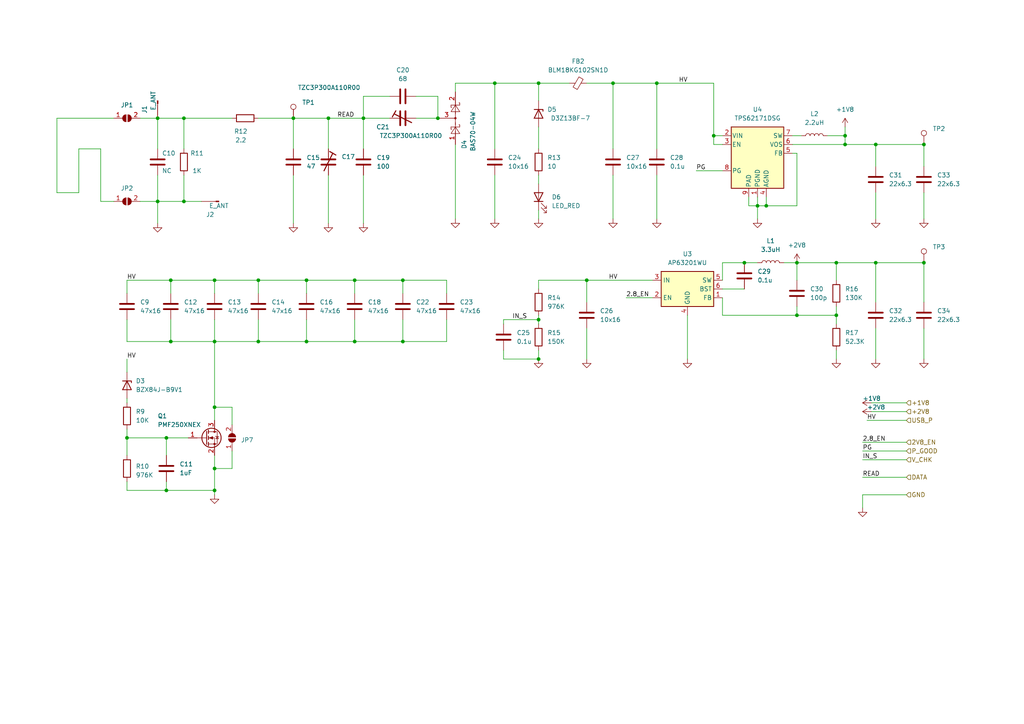
<source format=kicad_sch>
(kicad_sch (version 20221206) (generator eeschema)

  (uuid 47e9ad63-7ed0-4558-bd04-6f996c575239)

  (paper "A4")

  (lib_symbols
    (symbol "Connector:Conn_01x01_Male" (pin_numbers hide) (pin_names (offset 1.016) hide) (in_bom yes) (on_board yes)
      (property "Reference" "J" (at 0 2.54 0)
        (effects (font (size 1.27 1.27)))
      )
      (property "Value" "Conn_01x01_Male" (at 0 -2.54 0)
        (effects (font (size 1.27 1.27)))
      )
      (property "Footprint" "" (at 0 0 0)
        (effects (font (size 1.27 1.27)) hide)
      )
      (property "Datasheet" "~" (at 0 0 0)
        (effects (font (size 1.27 1.27)) hide)
      )
      (property "ki_keywords" "connector" (at 0 0 0)
        (effects (font (size 1.27 1.27)) hide)
      )
      (property "ki_description" "Generic connector, single row, 01x01, script generated (kicad-library-utils/schlib/autogen/connector/)" (at 0 0 0)
        (effects (font (size 1.27 1.27)) hide)
      )
      (property "ki_fp_filters" "Connector*:*" (at 0 0 0)
        (effects (font (size 1.27 1.27)) hide)
      )
      (symbol "Conn_01x01_Male_1_1"
        (polyline
          (pts
            (xy 1.27 0)
            (xy 0.8636 0)
          )
          (stroke (width 0.1524) (type default))
          (fill (type none))
        )
        (rectangle (start 0.8636 0.127) (end 0 -0.127)
          (stroke (width 0.1524) (type default))
          (fill (type outline))
        )
        (pin passive line (at 5.08 0 180) (length 3.81)
          (name "Pin_1" (effects (font (size 1.27 1.27))))
          (number "1" (effects (font (size 1.27 1.27))))
        )
      )
    )
    (symbol "Connector:TestPoint" (pin_numbers hide) (pin_names (offset 0.762) hide) (in_bom yes) (on_board yes)
      (property "Reference" "TP" (at 0 6.858 0)
        (effects (font (size 1.27 1.27)))
      )
      (property "Value" "TestPoint" (at 0 5.08 0)
        (effects (font (size 1.27 1.27)))
      )
      (property "Footprint" "" (at 5.08 0 0)
        (effects (font (size 1.27 1.27)) hide)
      )
      (property "Datasheet" "~" (at 5.08 0 0)
        (effects (font (size 1.27 1.27)) hide)
      )
      (property "ki_keywords" "test point tp" (at 0 0 0)
        (effects (font (size 1.27 1.27)) hide)
      )
      (property "ki_description" "test point" (at 0 0 0)
        (effects (font (size 1.27 1.27)) hide)
      )
      (property "ki_fp_filters" "Pin* Test*" (at 0 0 0)
        (effects (font (size 1.27 1.27)) hide)
      )
      (symbol "TestPoint_0_1"
        (circle (center 0 3.302) (radius 0.762)
          (stroke (width 0) (type default))
          (fill (type none))
        )
      )
      (symbol "TestPoint_1_1"
        (pin passive line (at 0 0 90) (length 2.54)
          (name "1" (effects (font (size 1.27 1.27))))
          (number "1" (effects (font (size 1.27 1.27))))
        )
      )
    )
    (symbol "Device:C" (pin_numbers hide) (pin_names (offset 0.254)) (in_bom yes) (on_board yes)
      (property "Reference" "C" (at 0.635 2.54 0)
        (effects (font (size 1.27 1.27)) (justify left))
      )
      (property "Value" "C" (at 0.635 -2.54 0)
        (effects (font (size 1.27 1.27)) (justify left))
      )
      (property "Footprint" "" (at 0.9652 -3.81 0)
        (effects (font (size 1.27 1.27)) hide)
      )
      (property "Datasheet" "~" (at 0 0 0)
        (effects (font (size 1.27 1.27)) hide)
      )
      (property "ki_keywords" "cap capacitor" (at 0 0 0)
        (effects (font (size 1.27 1.27)) hide)
      )
      (property "ki_description" "Unpolarized capacitor" (at 0 0 0)
        (effects (font (size 1.27 1.27)) hide)
      )
      (property "ki_fp_filters" "C_*" (at 0 0 0)
        (effects (font (size 1.27 1.27)) hide)
      )
      (symbol "C_0_1"
        (polyline
          (pts
            (xy -2.032 -0.762)
            (xy 2.032 -0.762)
          )
          (stroke (width 0.508) (type default))
          (fill (type none))
        )
        (polyline
          (pts
            (xy -2.032 0.762)
            (xy 2.032 0.762)
          )
          (stroke (width 0.508) (type default))
          (fill (type none))
        )
      )
      (symbol "C_1_1"
        (pin passive line (at 0 3.81 270) (length 2.794)
          (name "~" (effects (font (size 1.27 1.27))))
          (number "1" (effects (font (size 1.27 1.27))))
        )
        (pin passive line (at 0 -3.81 90) (length 2.794)
          (name "~" (effects (font (size 1.27 1.27))))
          (number "2" (effects (font (size 1.27 1.27))))
        )
      )
    )
    (symbol "Device:C_Trim" (pin_numbers hide) (pin_names (offset 0.254) hide) (in_bom yes) (on_board yes)
      (property "Reference" "C" (at 1.524 -2.032 0)
        (effects (font (size 1.27 1.27)))
      )
      (property "Value" "C_Trim" (at 3.048 -3.556 0)
        (effects (font (size 1.27 1.27)))
      )
      (property "Footprint" "" (at 0 0 0)
        (effects (font (size 1.27 1.27)) hide)
      )
      (property "Datasheet" "~" (at 0 0 0)
        (effects (font (size 1.27 1.27)) hide)
      )
      (property "ki_keywords" "trimmer variable capacitor" (at 0 0 0)
        (effects (font (size 1.27 1.27)) hide)
      )
      (property "ki_description" "Trimmable capacitor" (at 0 0 0)
        (effects (font (size 1.27 1.27)) hide)
      )
      (symbol "C_Trim_0_1"
        (polyline
          (pts
            (xy -2.032 -0.762)
            (xy 2.032 -0.762)
          )
          (stroke (width 0.508) (type default))
          (fill (type none))
        )
        (polyline
          (pts
            (xy -2.032 0.762)
            (xy 2.032 0.762)
          )
          (stroke (width 0.508) (type default))
          (fill (type none))
        )
        (polyline
          (pts
            (xy 1.27 2.54)
            (xy -1.27 -2.54)
          )
          (stroke (width 0.3048) (type default))
          (fill (type none))
        )
        (polyline
          (pts
            (xy 1.27 2.54)
            (xy 0.381 3.048)
          )
          (stroke (width 0.3048) (type default))
          (fill (type none))
        )
        (polyline
          (pts
            (xy 1.27 2.54)
            (xy 2.159 2.032)
          )
          (stroke (width 0.3048) (type default))
          (fill (type none))
        )
      )
      (symbol "C_Trim_1_1"
        (pin passive line (at 0 3.81 270) (length 3.048)
          (name "~" (effects (font (size 1.27 1.27))))
          (number "1" (effects (font (size 1.27 1.27))))
        )
        (pin passive line (at 0 -3.81 90) (length 3.048)
          (name "~" (effects (font (size 1.27 1.27))))
          (number "2" (effects (font (size 1.27 1.27))))
        )
      )
    )
    (symbol "Device:D_Zener" (pin_numbers hide) (pin_names (offset 1.016) hide) (in_bom yes) (on_board yes)
      (property "Reference" "D" (at 0 2.54 0)
        (effects (font (size 1.27 1.27)))
      )
      (property "Value" "D_Zener" (at 0 -2.54 0)
        (effects (font (size 1.27 1.27)))
      )
      (property "Footprint" "" (at 0 0 0)
        (effects (font (size 1.27 1.27)) hide)
      )
      (property "Datasheet" "~" (at 0 0 0)
        (effects (font (size 1.27 1.27)) hide)
      )
      (property "ki_keywords" "diode" (at 0 0 0)
        (effects (font (size 1.27 1.27)) hide)
      )
      (property "ki_description" "Zener diode" (at 0 0 0)
        (effects (font (size 1.27 1.27)) hide)
      )
      (property "ki_fp_filters" "TO-???* *_Diode_* *SingleDiode* D_*" (at 0 0 0)
        (effects (font (size 1.27 1.27)) hide)
      )
      (symbol "D_Zener_0_1"
        (polyline
          (pts
            (xy 1.27 0)
            (xy -1.27 0)
          )
          (stroke (width 0) (type default))
          (fill (type none))
        )
        (polyline
          (pts
            (xy -1.27 -1.27)
            (xy -1.27 1.27)
            (xy -0.762 1.27)
          )
          (stroke (width 0.254) (type default))
          (fill (type none))
        )
        (polyline
          (pts
            (xy 1.27 -1.27)
            (xy 1.27 1.27)
            (xy -1.27 0)
            (xy 1.27 -1.27)
          )
          (stroke (width 0.254) (type default))
          (fill (type none))
        )
      )
      (symbol "D_Zener_1_1"
        (pin passive line (at -3.81 0 0) (length 2.54)
          (name "K" (effects (font (size 1.27 1.27))))
          (number "1" (effects (font (size 1.27 1.27))))
        )
        (pin passive line (at 3.81 0 180) (length 2.54)
          (name "A" (effects (font (size 1.27 1.27))))
          (number "2" (effects (font (size 1.27 1.27))))
        )
      )
    )
    (symbol "Device:FerriteBead_Small" (pin_numbers hide) (pin_names (offset 0)) (in_bom yes) (on_board yes)
      (property "Reference" "FB" (at 1.905 1.27 0)
        (effects (font (size 1.27 1.27)) (justify left))
      )
      (property "Value" "FerriteBead_Small" (at 1.905 -1.27 0)
        (effects (font (size 1.27 1.27)) (justify left))
      )
      (property "Footprint" "" (at -1.778 0 90)
        (effects (font (size 1.27 1.27)) hide)
      )
      (property "Datasheet" "~" (at 0 0 0)
        (effects (font (size 1.27 1.27)) hide)
      )
      (property "ki_keywords" "L ferrite bead inductor filter" (at 0 0 0)
        (effects (font (size 1.27 1.27)) hide)
      )
      (property "ki_description" "Ferrite bead, small symbol" (at 0 0 0)
        (effects (font (size 1.27 1.27)) hide)
      )
      (property "ki_fp_filters" "Inductor_* L_* *Ferrite*" (at 0 0 0)
        (effects (font (size 1.27 1.27)) hide)
      )
      (symbol "FerriteBead_Small_0_1"
        (polyline
          (pts
            (xy 0 -1.27)
            (xy 0 -0.7874)
          )
          (stroke (width 0) (type default))
          (fill (type none))
        )
        (polyline
          (pts
            (xy 0 0.889)
            (xy 0 1.2954)
          )
          (stroke (width 0) (type default))
          (fill (type none))
        )
        (polyline
          (pts
            (xy -1.8288 0.2794)
            (xy -1.1176 1.4986)
            (xy 1.8288 -0.2032)
            (xy 1.1176 -1.4224)
            (xy -1.8288 0.2794)
          )
          (stroke (width 0) (type default))
          (fill (type none))
        )
      )
      (symbol "FerriteBead_Small_1_1"
        (pin passive line (at 0 2.54 270) (length 1.27)
          (name "~" (effects (font (size 1.27 1.27))))
          (number "1" (effects (font (size 1.27 1.27))))
        )
        (pin passive line (at 0 -2.54 90) (length 1.27)
          (name "~" (effects (font (size 1.27 1.27))))
          (number "2" (effects (font (size 1.27 1.27))))
        )
      )
    )
    (symbol "Device:L" (pin_numbers hide) (pin_names (offset 1.016) hide) (in_bom yes) (on_board yes)
      (property "Reference" "L" (at -1.27 0 90)
        (effects (font (size 1.27 1.27)))
      )
      (property "Value" "L" (at 1.905 0 90)
        (effects (font (size 1.27 1.27)))
      )
      (property "Footprint" "" (at 0 0 0)
        (effects (font (size 1.27 1.27)) hide)
      )
      (property "Datasheet" "~" (at 0 0 0)
        (effects (font (size 1.27 1.27)) hide)
      )
      (property "ki_keywords" "inductor choke coil reactor magnetic" (at 0 0 0)
        (effects (font (size 1.27 1.27)) hide)
      )
      (property "ki_description" "Inductor" (at 0 0 0)
        (effects (font (size 1.27 1.27)) hide)
      )
      (property "ki_fp_filters" "Choke_* *Coil* Inductor_* L_*" (at 0 0 0)
        (effects (font (size 1.27 1.27)) hide)
      )
      (symbol "L_0_1"
        (arc (start 0 -2.54) (mid 0.6323 -1.905) (end 0 -1.27)
          (stroke (width 0) (type default))
          (fill (type none))
        )
        (arc (start 0 -1.27) (mid 0.6323 -0.635) (end 0 0)
          (stroke (width 0) (type default))
          (fill (type none))
        )
        (arc (start 0 0) (mid 0.6323 0.635) (end 0 1.27)
          (stroke (width 0) (type default))
          (fill (type none))
        )
        (arc (start 0 1.27) (mid 0.6323 1.905) (end 0 2.54)
          (stroke (width 0) (type default))
          (fill (type none))
        )
      )
      (symbol "L_1_1"
        (pin passive line (at 0 3.81 270) (length 1.27)
          (name "1" (effects (font (size 1.27 1.27))))
          (number "1" (effects (font (size 1.27 1.27))))
        )
        (pin passive line (at 0 -3.81 90) (length 1.27)
          (name "2" (effects (font (size 1.27 1.27))))
          (number "2" (effects (font (size 1.27 1.27))))
        )
      )
    )
    (symbol "Device:LED" (pin_numbers hide) (pin_names (offset 1.016) hide) (in_bom yes) (on_board yes)
      (property "Reference" "D" (at 0 2.54 0)
        (effects (font (size 1.27 1.27)))
      )
      (property "Value" "LED" (at 0 -2.54 0)
        (effects (font (size 1.27 1.27)))
      )
      (property "Footprint" "" (at 0 0 0)
        (effects (font (size 1.27 1.27)) hide)
      )
      (property "Datasheet" "~" (at 0 0 0)
        (effects (font (size 1.27 1.27)) hide)
      )
      (property "ki_keywords" "LED diode" (at 0 0 0)
        (effects (font (size 1.27 1.27)) hide)
      )
      (property "ki_description" "Light emitting diode" (at 0 0 0)
        (effects (font (size 1.27 1.27)) hide)
      )
      (property "ki_fp_filters" "LED* LED_SMD:* LED_THT:*" (at 0 0 0)
        (effects (font (size 1.27 1.27)) hide)
      )
      (symbol "LED_0_1"
        (polyline
          (pts
            (xy -1.27 -1.27)
            (xy -1.27 1.27)
          )
          (stroke (width 0.254) (type default))
          (fill (type none))
        )
        (polyline
          (pts
            (xy -1.27 0)
            (xy 1.27 0)
          )
          (stroke (width 0) (type default))
          (fill (type none))
        )
        (polyline
          (pts
            (xy 1.27 -1.27)
            (xy 1.27 1.27)
            (xy -1.27 0)
            (xy 1.27 -1.27)
          )
          (stroke (width 0.254) (type default))
          (fill (type none))
        )
        (polyline
          (pts
            (xy -3.048 -0.762)
            (xy -4.572 -2.286)
            (xy -3.81 -2.286)
            (xy -4.572 -2.286)
            (xy -4.572 -1.524)
          )
          (stroke (width 0) (type default))
          (fill (type none))
        )
        (polyline
          (pts
            (xy -1.778 -0.762)
            (xy -3.302 -2.286)
            (xy -2.54 -2.286)
            (xy -3.302 -2.286)
            (xy -3.302 -1.524)
          )
          (stroke (width 0) (type default))
          (fill (type none))
        )
      )
      (symbol "LED_1_1"
        (pin passive line (at -3.81 0 0) (length 2.54)
          (name "K" (effects (font (size 1.27 1.27))))
          (number "1" (effects (font (size 1.27 1.27))))
        )
        (pin passive line (at 3.81 0 180) (length 2.54)
          (name "A" (effects (font (size 1.27 1.27))))
          (number "2" (effects (font (size 1.27 1.27))))
        )
      )
    )
    (symbol "Device:Q_NMOS_GSD" (pin_names (offset 0) hide) (in_bom yes) (on_board yes)
      (property "Reference" "Q" (at 5.08 1.27 0)
        (effects (font (size 1.27 1.27)) (justify left))
      )
      (property "Value" "Q_NMOS_GSD" (at 5.08 -1.27 0)
        (effects (font (size 1.27 1.27)) (justify left))
      )
      (property "Footprint" "" (at 5.08 2.54 0)
        (effects (font (size 1.27 1.27)) hide)
      )
      (property "Datasheet" "~" (at 0 0 0)
        (effects (font (size 1.27 1.27)) hide)
      )
      (property "ki_keywords" "transistor NMOS N-MOS N-MOSFET" (at 0 0 0)
        (effects (font (size 1.27 1.27)) hide)
      )
      (property "ki_description" "N-MOSFET transistor, gate/source/drain" (at 0 0 0)
        (effects (font (size 1.27 1.27)) hide)
      )
      (symbol "Q_NMOS_GSD_0_1"
        (polyline
          (pts
            (xy 0.254 0)
            (xy -2.54 0)
          )
          (stroke (width 0) (type default))
          (fill (type none))
        )
        (polyline
          (pts
            (xy 0.254 1.905)
            (xy 0.254 -1.905)
          )
          (stroke (width 0.254) (type default))
          (fill (type none))
        )
        (polyline
          (pts
            (xy 0.762 -1.27)
            (xy 0.762 -2.286)
          )
          (stroke (width 0.254) (type default))
          (fill (type none))
        )
        (polyline
          (pts
            (xy 0.762 0.508)
            (xy 0.762 -0.508)
          )
          (stroke (width 0.254) (type default))
          (fill (type none))
        )
        (polyline
          (pts
            (xy 0.762 2.286)
            (xy 0.762 1.27)
          )
          (stroke (width 0.254) (type default))
          (fill (type none))
        )
        (polyline
          (pts
            (xy 2.54 2.54)
            (xy 2.54 1.778)
          )
          (stroke (width 0) (type default))
          (fill (type none))
        )
        (polyline
          (pts
            (xy 2.54 -2.54)
            (xy 2.54 0)
            (xy 0.762 0)
          )
          (stroke (width 0) (type default))
          (fill (type none))
        )
        (polyline
          (pts
            (xy 0.762 -1.778)
            (xy 3.302 -1.778)
            (xy 3.302 1.778)
            (xy 0.762 1.778)
          )
          (stroke (width 0) (type default))
          (fill (type none))
        )
        (polyline
          (pts
            (xy 1.016 0)
            (xy 2.032 0.381)
            (xy 2.032 -0.381)
            (xy 1.016 0)
          )
          (stroke (width 0) (type default))
          (fill (type outline))
        )
        (polyline
          (pts
            (xy 2.794 0.508)
            (xy 2.921 0.381)
            (xy 3.683 0.381)
            (xy 3.81 0.254)
          )
          (stroke (width 0) (type default))
          (fill (type none))
        )
        (polyline
          (pts
            (xy 3.302 0.381)
            (xy 2.921 -0.254)
            (xy 3.683 -0.254)
            (xy 3.302 0.381)
          )
          (stroke (width 0) (type default))
          (fill (type none))
        )
        (circle (center 1.651 0) (radius 2.794)
          (stroke (width 0.254) (type default))
          (fill (type none))
        )
        (circle (center 2.54 -1.778) (radius 0.254)
          (stroke (width 0) (type default))
          (fill (type outline))
        )
        (circle (center 2.54 1.778) (radius 0.254)
          (stroke (width 0) (type default))
          (fill (type outline))
        )
      )
      (symbol "Q_NMOS_GSD_1_1"
        (pin input line (at -5.08 0 0) (length 2.54)
          (name "G" (effects (font (size 1.27 1.27))))
          (number "1" (effects (font (size 1.27 1.27))))
        )
        (pin passive line (at 2.54 -5.08 90) (length 2.54)
          (name "S" (effects (font (size 1.27 1.27))))
          (number "2" (effects (font (size 1.27 1.27))))
        )
        (pin passive line (at 2.54 5.08 270) (length 2.54)
          (name "D" (effects (font (size 1.27 1.27))))
          (number "3" (effects (font (size 1.27 1.27))))
        )
      )
    )
    (symbol "Device:R" (pin_numbers hide) (pin_names (offset 0)) (in_bom yes) (on_board yes)
      (property "Reference" "R" (at 2.032 0 90)
        (effects (font (size 1.27 1.27)))
      )
      (property "Value" "R" (at 0 0 90)
        (effects (font (size 1.27 1.27)))
      )
      (property "Footprint" "" (at -1.778 0 90)
        (effects (font (size 1.27 1.27)) hide)
      )
      (property "Datasheet" "~" (at 0 0 0)
        (effects (font (size 1.27 1.27)) hide)
      )
      (property "ki_keywords" "R res resistor" (at 0 0 0)
        (effects (font (size 1.27 1.27)) hide)
      )
      (property "ki_description" "Resistor" (at 0 0 0)
        (effects (font (size 1.27 1.27)) hide)
      )
      (property "ki_fp_filters" "R_*" (at 0 0 0)
        (effects (font (size 1.27 1.27)) hide)
      )
      (symbol "R_0_1"
        (rectangle (start -1.016 -2.54) (end 1.016 2.54)
          (stroke (width 0.254) (type default))
          (fill (type none))
        )
      )
      (symbol "R_1_1"
        (pin passive line (at 0 3.81 270) (length 1.27)
          (name "~" (effects (font (size 1.27 1.27))))
          (number "1" (effects (font (size 1.27 1.27))))
        )
        (pin passive line (at 0 -3.81 90) (length 1.27)
          (name "~" (effects (font (size 1.27 1.27))))
          (number "2" (effects (font (size 1.27 1.27))))
        )
      )
    )
    (symbol "Diode:BAT54SW" (pin_names (offset 1.016)) (in_bom yes) (on_board yes)
      (property "Reference" "D" (at 0.635 -3.81 0)
        (effects (font (size 1.27 1.27)) (justify left))
      )
      (property "Value" "BAT54SW" (at -6.35 3.175 0)
        (effects (font (size 1.27 1.27)) (justify left))
      )
      (property "Footprint" "Package_TO_SOT_SMD:SOT-323_SC-70" (at 1.905 3.175 0)
        (effects (font (size 1.27 1.27)) (justify left) hide)
      )
      (property "Datasheet" "https://assets.nexperia.com/documents/data-sheet/BAT54W_SER.pdf" (at -3.048 0 0)
        (effects (font (size 1.27 1.27)) hide)
      )
      (property "ki_keywords" "dual schottky diode" (at 0 0 0)
        (effects (font (size 1.27 1.27)) hide)
      )
      (property "ki_description" "Dual schottky barrier diode, in series, SOT-323" (at 0 0 0)
        (effects (font (size 1.27 1.27)) hide)
      )
      (property "ki_fp_filters" "SOT?323*" (at 0 0 0)
        (effects (font (size 1.27 1.27)) hide)
      )
      (symbol "BAT54SW_0_1"
        (polyline
          (pts
            (xy -3.81 0)
            (xy -1.27 0)
          )
          (stroke (width 0) (type default))
          (fill (type none))
        )
        (polyline
          (pts
            (xy -3.175 -1.27)
            (xy -3.175 -1.016)
          )
          (stroke (width 0) (type default))
          (fill (type none))
        )
        (polyline
          (pts
            (xy -2.54 -1.27)
            (xy -3.175 -1.27)
          )
          (stroke (width 0) (type default))
          (fill (type none))
        )
        (polyline
          (pts
            (xy -2.54 -1.27)
            (xy -2.54 1.27)
          )
          (stroke (width 0) (type default))
          (fill (type none))
        )
        (polyline
          (pts
            (xy -2.54 1.27)
            (xy -1.905 1.27)
          )
          (stroke (width 0) (type default))
          (fill (type none))
        )
        (polyline
          (pts
            (xy -1.905 0)
            (xy 1.905 0)
          )
          (stroke (width 0) (type default))
          (fill (type none))
        )
        (polyline
          (pts
            (xy -1.905 1.27)
            (xy -1.905 1.016)
          )
          (stroke (width 0) (type default))
          (fill (type none))
        )
        (polyline
          (pts
            (xy 1.27 0)
            (xy 3.81 0)
          )
          (stroke (width 0) (type default))
          (fill (type none))
        )
        (polyline
          (pts
            (xy 3.175 -1.27)
            (xy 3.175 -1.016)
          )
          (stroke (width 0) (type default))
          (fill (type none))
        )
        (polyline
          (pts
            (xy 3.81 -1.27)
            (xy 3.175 -1.27)
          )
          (stroke (width 0) (type default))
          (fill (type none))
        )
        (polyline
          (pts
            (xy 3.81 -1.27)
            (xy 3.81 1.27)
          )
          (stroke (width 0) (type default))
          (fill (type none))
        )
        (polyline
          (pts
            (xy 3.81 1.27)
            (xy 4.445 1.27)
          )
          (stroke (width 0) (type default))
          (fill (type none))
        )
        (polyline
          (pts
            (xy 4.445 1.27)
            (xy 4.445 1.016)
          )
          (stroke (width 0) (type default))
          (fill (type none))
        )
        (polyline
          (pts
            (xy -4.445 1.27)
            (xy -4.445 -1.27)
            (xy -2.54 0)
            (xy -4.445 1.27)
          )
          (stroke (width 0) (type default))
          (fill (type none))
        )
        (polyline
          (pts
            (xy 1.905 1.27)
            (xy 1.905 -1.27)
            (xy 3.81 0)
            (xy 1.905 1.27)
          )
          (stroke (width 0) (type default))
          (fill (type none))
        )
        (circle (center 0 0) (radius 0.254)
          (stroke (width 0) (type default))
          (fill (type outline))
        )
      )
      (symbol "BAT54SW_1_1"
        (pin passive line (at -7.62 0 0) (length 3.81)
          (name "~" (effects (font (size 1.27 1.27))))
          (number "1" (effects (font (size 1.27 1.27))))
        )
        (pin passive line (at 7.62 0 180) (length 3.81)
          (name "~" (effects (font (size 1.27 1.27))))
          (number "2" (effects (font (size 1.27 1.27))))
        )
        (pin passive line (at 0 -5.08 90) (length 5.08)
          (name "~" (effects (font (size 1.27 1.27))))
          (number "3" (effects (font (size 1.27 1.27))))
        )
      )
    )
    (symbol "Jumper:SolderJumper_2_Open" (pin_names (offset 0) hide) (in_bom yes) (on_board yes)
      (property "Reference" "JP" (at 0 2.032 0)
        (effects (font (size 1.27 1.27)))
      )
      (property "Value" "SolderJumper_2_Open" (at 0 -2.54 0)
        (effects (font (size 1.27 1.27)))
      )
      (property "Footprint" "" (at 0 0 0)
        (effects (font (size 1.27 1.27)) hide)
      )
      (property "Datasheet" "~" (at 0 0 0)
        (effects (font (size 1.27 1.27)) hide)
      )
      (property "ki_keywords" "solder jumper SPST" (at 0 0 0)
        (effects (font (size 1.27 1.27)) hide)
      )
      (property "ki_description" "Solder Jumper, 2-pole, open" (at 0 0 0)
        (effects (font (size 1.27 1.27)) hide)
      )
      (property "ki_fp_filters" "SolderJumper*Open*" (at 0 0 0)
        (effects (font (size 1.27 1.27)) hide)
      )
      (symbol "SolderJumper_2_Open_0_1"
        (arc (start -0.254 1.016) (mid -1.2656 0) (end -0.254 -1.016)
          (stroke (width 0) (type default))
          (fill (type none))
        )
        (arc (start -0.254 1.016) (mid -1.2656 0) (end -0.254 -1.016)
          (stroke (width 0) (type default))
          (fill (type outline))
        )
        (polyline
          (pts
            (xy -0.254 1.016)
            (xy -0.254 -1.016)
          )
          (stroke (width 0) (type default))
          (fill (type none))
        )
        (polyline
          (pts
            (xy 0.254 1.016)
            (xy 0.254 -1.016)
          )
          (stroke (width 0) (type default))
          (fill (type none))
        )
        (arc (start 0.254 -1.016) (mid 1.2656 0) (end 0.254 1.016)
          (stroke (width 0) (type default))
          (fill (type none))
        )
        (arc (start 0.254 -1.016) (mid 1.2656 0) (end 0.254 1.016)
          (stroke (width 0) (type default))
          (fill (type outline))
        )
      )
      (symbol "SolderJumper_2_Open_1_1"
        (pin passive line (at -3.81 0 0) (length 2.54)
          (name "A" (effects (font (size 1.27 1.27))))
          (number "1" (effects (font (size 1.27 1.27))))
        )
        (pin passive line (at 3.81 0 180) (length 2.54)
          (name "B" (effects (font (size 1.27 1.27))))
          (number "2" (effects (font (size 1.27 1.27))))
        )
      )
    )
    (symbol "Regulator_Switching:AP63201WU" (in_bom yes) (on_board yes)
      (property "Reference" "U" (at -7.62 6.35 0)
        (effects (font (size 1.27 1.27)))
      )
      (property "Value" "AP63201WU" (at 2.54 6.35 0)
        (effects (font (size 1.27 1.27)))
      )
      (property "Footprint" "Package_TO_SOT_SMD:TSOT-23-6" (at 0 -22.86 0)
        (effects (font (size 1.27 1.27)) hide)
      )
      (property "Datasheet" "https://www.diodes.com/assets/Datasheets/AP63200-AP63201-AP63203-AP63205.pdf" (at 0 0 0)
        (effects (font (size 1.27 1.27)) hide)
      )
      (property "ki_keywords" "2A Buck DC/DC" (at 0 0 0)
        (effects (font (size 1.27 1.27)) hide)
      )
      (property "ki_description" "2A, 500kHz Buck DC/DC Converter, adjustable output voltage, TSOT-23-6" (at 0 0 0)
        (effects (font (size 1.27 1.27)) hide)
      )
      (property "ki_fp_filters" "TSOT?23*" (at 0 0 0)
        (effects (font (size 1.27 1.27)) hide)
      )
      (symbol "AP63201WU_0_1"
        (rectangle (start -7.62 5.08) (end 7.62 -5.08)
          (stroke (width 0.254) (type default))
          (fill (type background))
        )
      )
      (symbol "AP63201WU_1_1"
        (pin input line (at 10.16 -2.54 180) (length 2.54)
          (name "FB" (effects (font (size 1.27 1.27))))
          (number "1" (effects (font (size 1.27 1.27))))
        )
        (pin input line (at -10.16 -2.54 0) (length 2.54)
          (name "EN" (effects (font (size 1.27 1.27))))
          (number "2" (effects (font (size 1.27 1.27))))
        )
        (pin power_in line (at -10.16 2.54 0) (length 2.54)
          (name "IN" (effects (font (size 1.27 1.27))))
          (number "3" (effects (font (size 1.27 1.27))))
        )
        (pin power_in line (at 0 -7.62 90) (length 2.54)
          (name "GND" (effects (font (size 1.27 1.27))))
          (number "4" (effects (font (size 1.27 1.27))))
        )
        (pin output line (at 10.16 2.54 180) (length 2.54)
          (name "SW" (effects (font (size 1.27 1.27))))
          (number "5" (effects (font (size 1.27 1.27))))
        )
        (pin passive line (at 10.16 0 180) (length 2.54)
          (name "BST" (effects (font (size 1.27 1.27))))
          (number "6" (effects (font (size 1.27 1.27))))
        )
      )
    )
    (symbol "Regulator_Switching:TPS62171DSG" (pin_names (offset 0.254)) (in_bom yes) (on_board yes)
      (property "Reference" "U" (at -7.62 11.43 0)
        (effects (font (size 1.27 1.27)) (justify left))
      )
      (property "Value" "TPS62171DSG" (at -1.27 11.43 0)
        (effects (font (size 1.27 1.27)) (justify left))
      )
      (property "Footprint" "Package_SON:WSON-8-1EP_2x2mm_P0.5mm_EP0.9x1.6mm_ThermalVias" (at 3.81 -8.89 0)
        (effects (font (size 1.27 1.27)) (justify left) hide)
      )
      (property "Datasheet" "http://www.ti.com/lit/ds/symlink/tps62170.pdf" (at 0 13.97 0)
        (effects (font (size 1.27 1.27)) hide)
      )
      (property "ki_keywords" "step-down dc-dc buck regulator" (at 0 0 0)
        (effects (font (size 1.27 1.27)) hide)
      )
      (property "ki_description" "500mA Step-Down Converter with DCS-Control, fixed 1.8V output, 3-17V input voltage, WSON-8" (at 0 0 0)
        (effects (font (size 1.27 1.27)) hide)
      )
      (property "ki_fp_filters" "WSON*EP*2x2mm*P0.5mm*" (at 0 0 0)
        (effects (font (size 1.27 1.27)) hide)
      )
      (symbol "TPS62171DSG_0_1"
        (rectangle (start -7.62 10.16) (end 7.62 -7.62)
          (stroke (width 0.254) (type default))
          (fill (type background))
        )
      )
      (symbol "TPS62171DSG_1_1"
        (pin power_in line (at 0 -10.16 90) (length 2.54)
          (name "PGND" (effects (font (size 1.27 1.27))))
          (number "1" (effects (font (size 1.27 1.27))))
        )
        (pin power_in line (at -10.16 7.62 0) (length 2.54)
          (name "VIN" (effects (font (size 1.27 1.27))))
          (number "2" (effects (font (size 1.27 1.27))))
        )
        (pin input line (at -10.16 5.08 0) (length 2.54)
          (name "EN" (effects (font (size 1.27 1.27))))
          (number "3" (effects (font (size 1.27 1.27))))
        )
        (pin power_in line (at 2.54 -10.16 90) (length 2.54)
          (name "AGND" (effects (font (size 1.27 1.27))))
          (number "4" (effects (font (size 1.27 1.27))))
        )
        (pin input line (at 10.16 2.54 180) (length 2.54)
          (name "FB" (effects (font (size 1.27 1.27))))
          (number "5" (effects (font (size 1.27 1.27))))
        )
        (pin input line (at 10.16 5.08 180) (length 2.54)
          (name "VOS" (effects (font (size 1.27 1.27))))
          (number "6" (effects (font (size 1.27 1.27))))
        )
        (pin output line (at 10.16 7.62 180) (length 2.54)
          (name "SW" (effects (font (size 1.27 1.27))))
          (number "7" (effects (font (size 1.27 1.27))))
        )
        (pin open_collector line (at -10.16 -2.54 0) (length 2.54)
          (name "PG" (effects (font (size 1.27 1.27))))
          (number "8" (effects (font (size 1.27 1.27))))
        )
        (pin power_in line (at -2.54 -10.16 90) (length 2.54)
          (name "PAD" (effects (font (size 1.27 1.27))))
          (number "9" (effects (font (size 1.27 1.27))))
        )
      )
    )
    (symbol "power:+1V8" (power) (pin_names (offset 0)) (in_bom yes) (on_board yes)
      (property "Reference" "#PWR" (at 0 -3.81 0)
        (effects (font (size 1.27 1.27)) hide)
      )
      (property "Value" "+1V8" (at 0 3.556 0)
        (effects (font (size 1.27 1.27)))
      )
      (property "Footprint" "" (at 0 0 0)
        (effects (font (size 1.27 1.27)) hide)
      )
      (property "Datasheet" "" (at 0 0 0)
        (effects (font (size 1.27 1.27)) hide)
      )
      (property "ki_keywords" "power-flag" (at 0 0 0)
        (effects (font (size 1.27 1.27)) hide)
      )
      (property "ki_description" "Power symbol creates a global label with name \"+1V8\"" (at 0 0 0)
        (effects (font (size 1.27 1.27)) hide)
      )
      (symbol "+1V8_0_1"
        (polyline
          (pts
            (xy -0.762 1.27)
            (xy 0 2.54)
          )
          (stroke (width 0) (type default))
          (fill (type none))
        )
        (polyline
          (pts
            (xy 0 0)
            (xy 0 2.54)
          )
          (stroke (width 0) (type default))
          (fill (type none))
        )
        (polyline
          (pts
            (xy 0 2.54)
            (xy 0.762 1.27)
          )
          (stroke (width 0) (type default))
          (fill (type none))
        )
      )
      (symbol "+1V8_1_1"
        (pin power_in line (at 0 0 90) (length 0) hide
          (name "+1V8" (effects (font (size 1.27 1.27))))
          (number "1" (effects (font (size 1.27 1.27))))
        )
      )
    )
    (symbol "power:+2V8" (power) (pin_names (offset 0)) (in_bom yes) (on_board yes)
      (property "Reference" "#PWR" (at 0 -3.81 0)
        (effects (font (size 1.27 1.27)) hide)
      )
      (property "Value" "+2V8" (at 0 3.556 0)
        (effects (font (size 1.27 1.27)))
      )
      (property "Footprint" "" (at 0 0 0)
        (effects (font (size 1.27 1.27)) hide)
      )
      (property "Datasheet" "" (at 0 0 0)
        (effects (font (size 1.27 1.27)) hide)
      )
      (property "ki_keywords" "power-flag" (at 0 0 0)
        (effects (font (size 1.27 1.27)) hide)
      )
      (property "ki_description" "Power symbol creates a global label with name \"+2V8\"" (at 0 0 0)
        (effects (font (size 1.27 1.27)) hide)
      )
      (symbol "+2V8_0_1"
        (polyline
          (pts
            (xy -0.762 1.27)
            (xy 0 2.54)
          )
          (stroke (width 0) (type default))
          (fill (type none))
        )
        (polyline
          (pts
            (xy 0 0)
            (xy 0 2.54)
          )
          (stroke (width 0) (type default))
          (fill (type none))
        )
        (polyline
          (pts
            (xy 0 2.54)
            (xy 0.762 1.27)
          )
          (stroke (width 0) (type default))
          (fill (type none))
        )
      )
      (symbol "+2V8_1_1"
        (pin power_in line (at 0 0 90) (length 0) hide
          (name "+2V8" (effects (font (size 1.27 1.27))))
          (number "1" (effects (font (size 1.27 1.27))))
        )
      )
    )
    (symbol "power:GND" (power) (pin_names (offset 0)) (in_bom yes) (on_board yes)
      (property "Reference" "#PWR" (at 0 -6.35 0)
        (effects (font (size 1.27 1.27)) hide)
      )
      (property "Value" "GND" (at 0 -3.81 0)
        (effects (font (size 1.27 1.27)))
      )
      (property "Footprint" "" (at 0 0 0)
        (effects (font (size 1.27 1.27)) hide)
      )
      (property "Datasheet" "" (at 0 0 0)
        (effects (font (size 1.27 1.27)) hide)
      )
      (property "ki_keywords" "power-flag" (at 0 0 0)
        (effects (font (size 1.27 1.27)) hide)
      )
      (property "ki_description" "Power symbol creates a global label with name \"GND\" , ground" (at 0 0 0)
        (effects (font (size 1.27 1.27)) hide)
      )
      (symbol "GND_0_1"
        (polyline
          (pts
            (xy 0 0)
            (xy 0 -1.27)
            (xy 1.27 -1.27)
            (xy 0 -2.54)
            (xy -1.27 -1.27)
            (xy 0 -1.27)
          )
          (stroke (width 0) (type default))
          (fill (type none))
        )
      )
      (symbol "GND_1_1"
        (pin power_in line (at 0 0 270) (length 0) hide
          (name "GND" (effects (font (size 1.27 1.27))))
          (number "1" (effects (font (size 1.27 1.27))))
        )
      )
    )
  )

  (junction (at 62.23 135.89) (diameter 0) (color 0 0 0 0)
    (uuid 07439caa-91de-4ecf-af21-fc17d4c00404)
  )
  (junction (at 219.71 59.69) (diameter 0) (color 0 0 0 0)
    (uuid 09806ca7-6d0f-40b7-96da-9f448441465d)
  )
  (junction (at 45.72 58.42) (diameter 0) (color 0 0 0 0)
    (uuid 0a535484-1ffc-41ce-8aea-67cb982b828d)
  )
  (junction (at 156.21 92.71) (diameter 0) (color 0 0 0 0)
    (uuid 0afb3044-59c6-41bf-92f4-5428391967a9)
  )
  (junction (at 102.87 99.06) (diameter 0) (color 0 0 0 0)
    (uuid 0c0266c9-25a7-464b-b8db-c90a1c5315b2)
  )
  (junction (at 62.23 142.24) (diameter 0) (color 0 0 0 0)
    (uuid 100de63b-99f4-489c-9586-7eb17b6ad954)
  )
  (junction (at 85.09 34.29) (diameter 0) (color 0 0 0 0)
    (uuid 119eed45-fc26-472d-a609-0428af9d556c)
  )
  (junction (at 156.21 104.14) (diameter 0) (color 0 0 0 0)
    (uuid 19fdb6cc-7a51-4431-adb5-968442cc0b60)
  )
  (junction (at 116.84 99.06) (diameter 0) (color 0 0 0 0)
    (uuid 31571912-306c-4eca-9882-804e7f4b582b)
  )
  (junction (at 95.25 34.29) (diameter 0) (color 0 0 0 0)
    (uuid 32fd8c63-10bb-4e96-93fb-bf14af7841fc)
  )
  (junction (at 222.25 59.69) (diameter 0) (color 0 0 0 0)
    (uuid 36ab76b1-551b-41a8-b121-a289fd0daf0b)
  )
  (junction (at 74.93 81.28) (diameter 0) (color 0 0 0 0)
    (uuid 3af5d5c8-ca1d-4f3f-9195-7ac605424bf3)
  )
  (junction (at 49.53 81.28) (diameter 0) (color 0 0 0 0)
    (uuid 46ed253a-621b-43f9-b226-8cabb1af2cf0)
  )
  (junction (at 156.21 24.13) (diameter 0) (color 0 0 0 0)
    (uuid 4714a79c-4492-4860-b3b8-e8f7904dd3cd)
  )
  (junction (at 170.18 81.28) (diameter 0) (color 0 0 0 0)
    (uuid 4aa68d2b-08b2-4bae-b118-2edb6d51fa2e)
  )
  (junction (at 245.11 41.91) (diameter 0) (color 0 0 0 0)
    (uuid 537d3ee5-1be4-4df7-9169-a8b9004423bc)
  )
  (junction (at 102.87 81.28) (diameter 0) (color 0 0 0 0)
    (uuid 53a572d6-5a2e-4256-bbef-ae80b68059e5)
  )
  (junction (at 53.34 34.29) (diameter 0) (color 0 0 0 0)
    (uuid 62a042ef-acac-4303-ae73-073d925776b6)
  )
  (junction (at 207.01 39.37) (diameter 0) (color 0 0 0 0)
    (uuid 644c5950-a672-4b07-af66-3018186f7d3e)
  )
  (junction (at 242.57 91.44) (diameter 0) (color 0 0 0 0)
    (uuid 68b6f9e8-e345-4be3-8667-56ae01cd50e2)
  )
  (junction (at 62.23 118.11) (diameter 0) (color 0 0 0 0)
    (uuid 6bae756b-5e3d-454f-b349-c7cf47dda9f1)
  )
  (junction (at 254 41.91) (diameter 0) (color 0 0 0 0)
    (uuid 708d1e28-0197-4780-89c9-e1553a2d3c6b)
  )
  (junction (at 105.41 34.29) (diameter 0) (color 0 0 0 0)
    (uuid 79af2608-9f11-47c1-b12d-e04748d49ea2)
  )
  (junction (at 267.97 76.2) (diameter 0) (color 0 0 0 0)
    (uuid 7e5ceba3-c024-4eca-91a0-55892344c163)
  )
  (junction (at 36.83 127) (diameter 0) (color 0 0 0 0)
    (uuid 83735b0b-ab2e-4bb1-8bd3-2de2c278ebf2)
  )
  (junction (at 242.57 76.2) (diameter 0) (color 0 0 0 0)
    (uuid 85777534-4e70-4ab6-85a0-ca4ed2d0215c)
  )
  (junction (at 267.97 41.91) (diameter 0) (color 0 0 0 0)
    (uuid 8caf8a72-8b31-42b9-9265-307c48c9112f)
  )
  (junction (at 190.5 24.13) (diameter 0) (color 0 0 0 0)
    (uuid 90d55833-8def-4101-9e19-c2d05610724b)
  )
  (junction (at 177.8 24.13) (diameter 0) (color 0 0 0 0)
    (uuid 91c15816-f841-434f-9d88-6cdc10131f6e)
  )
  (junction (at 116.84 81.28) (diameter 0) (color 0 0 0 0)
    (uuid 952a94a6-f46a-4a07-98fb-3ed8c744dfc6)
  )
  (junction (at 88.9 81.28) (diameter 0) (color 0 0 0 0)
    (uuid 96d8f943-d1bf-45c5-be4d-5e0d7d6b3041)
  )
  (junction (at 62.23 81.28) (diameter 0) (color 0 0 0 0)
    (uuid 9883a772-979b-41e1-8c5c-76af27310570)
  )
  (junction (at 49.53 99.06) (diameter 0) (color 0 0 0 0)
    (uuid 9ed0a5f5-7907-4aeb-8005-7ac88b9dc6b7)
  )
  (junction (at 127 34.29) (diameter 0) (color 0 0 0 0)
    (uuid 9f6664a0-df5b-47e4-bdaa-7477488c18e1)
  )
  (junction (at 48.26 127) (diameter 0) (color 0 0 0 0)
    (uuid a105407b-4d51-41a8-8cfc-95e46252d5e9)
  )
  (junction (at 231.14 91.44) (diameter 0) (color 0 0 0 0)
    (uuid a1b41c0b-26ef-4f03-b848-4a9fcae1538e)
  )
  (junction (at 231.14 76.2) (diameter 0) (color 0 0 0 0)
    (uuid a75e9889-2463-4249-a2cd-3dc2f7722452)
  )
  (junction (at 254 76.2) (diameter 0) (color 0 0 0 0)
    (uuid ad48227b-45df-4dde-be45-009cda4fe965)
  )
  (junction (at 215.9 76.2) (diameter 0) (color 0 0 0 0)
    (uuid b9601987-54a0-4b5d-860e-e45374fff666)
  )
  (junction (at 143.51 24.13) (diameter 0) (color 0 0 0 0)
    (uuid ba1ff4a2-2990-47b2-b311-7314f985c94d)
  )
  (junction (at 45.72 34.29) (diameter 0) (color 0 0 0 0)
    (uuid cd2fad9c-5b75-4351-ac12-ac72f8537c67)
  )
  (junction (at 62.23 99.06) (diameter 0) (color 0 0 0 0)
    (uuid dc4ccf0e-f99b-4e7c-b8e9-dc5ee11cbbff)
  )
  (junction (at 88.9 99.06) (diameter 0) (color 0 0 0 0)
    (uuid e06dca0f-8f2d-4ad7-b07a-8154ff70c5e4)
  )
  (junction (at 53.34 58.42) (diameter 0) (color 0 0 0 0)
    (uuid e5f74d9d-4db6-4d08-ab95-31ded41f77d6)
  )
  (junction (at 245.11 39.37) (diameter 0) (color 0 0 0 0)
    (uuid eacf76da-67e9-480f-b3da-6d4b3e8e4263)
  )
  (junction (at 48.26 142.24) (diameter 0) (color 0 0 0 0)
    (uuid fc1e21d9-0bd6-4ca3-b691-73c789fe9463)
  )
  (junction (at 74.93 99.06) (diameter 0) (color 0 0 0 0)
    (uuid ffdcbdb6-3354-47fa-955c-df9b552762b6)
  )

  (wire (pts (xy 95.25 34.29) (xy 105.41 34.29))
    (stroke (width 0) (type default))
    (uuid 0102deef-4ca8-4ab2-a1ed-a037cbc0bc50)
  )
  (wire (pts (xy 49.53 81.28) (xy 49.53 85.09))
    (stroke (width 0) (type default))
    (uuid 01f31d6c-1bcf-41bf-9883-c16bc87ede00)
  )
  (wire (pts (xy 62.23 99.06) (xy 62.23 118.11))
    (stroke (width 0) (type default))
    (uuid 032d2618-4045-4c10-af56-baa470d96f00)
  )
  (wire (pts (xy 231.14 91.44) (xy 231.14 88.9))
    (stroke (width 0) (type default))
    (uuid 0334a549-e8e1-4ce5-9e14-101614fce0f2)
  )
  (wire (pts (xy 170.18 95.25) (xy 170.18 104.14))
    (stroke (width 0) (type default))
    (uuid 0367a8fb-e785-4bc7-9fbb-e8b7fd292428)
  )
  (wire (pts (xy 88.9 81.28) (xy 102.87 81.28))
    (stroke (width 0) (type default))
    (uuid 061c5872-d2cb-4f8d-8c27-568901394e80)
  )
  (wire (pts (xy 190.5 24.13) (xy 207.01 24.13))
    (stroke (width 0) (type default))
    (uuid 0674ac08-c76c-496e-a09b-a83588e27fcd)
  )
  (wire (pts (xy 62.23 135.89) (xy 62.23 132.08))
    (stroke (width 0) (type default))
    (uuid 07c8cfb1-29ea-4a53-9b86-2f12766f80bc)
  )
  (wire (pts (xy 49.53 81.28) (xy 62.23 81.28))
    (stroke (width 0) (type default))
    (uuid 08268664-69be-4560-b69f-8bed67ea4a0d)
  )
  (wire (pts (xy 207.01 39.37) (xy 207.01 41.91))
    (stroke (width 0) (type default))
    (uuid 08b5cb82-4692-4827-87a7-0eb81650f4b8)
  )
  (wire (pts (xy 105.41 34.29) (xy 113.03 34.29))
    (stroke (width 0) (type default))
    (uuid 0ab8d12c-3ae3-4f32-9829-f12012cb4af9)
  )
  (wire (pts (xy 45.72 34.29) (xy 53.34 34.29))
    (stroke (width 0) (type default))
    (uuid 0bd8ccf5-da6b-45e1-8ded-0998a166d516)
  )
  (wire (pts (xy 156.21 81.28) (xy 170.18 81.28))
    (stroke (width 0) (type default))
    (uuid 0ccd61bf-aaf5-424b-880a-60db5a6441a3)
  )
  (wire (pts (xy 67.31 135.89) (xy 62.23 135.89))
    (stroke (width 0) (type default))
    (uuid 0d5645fe-1fe8-40c8-9191-b554bb62de9f)
  )
  (wire (pts (xy 267.97 87.63) (xy 267.97 76.2))
    (stroke (width 0) (type default))
    (uuid 119c3da4-8da0-4399-b7a7-a13caaac35fc)
  )
  (wire (pts (xy 209.55 83.82) (xy 215.9 83.82))
    (stroke (width 0) (type default))
    (uuid 139dec89-2cae-43e3-8d40-7ddebe26bccb)
  )
  (wire (pts (xy 88.9 92.71) (xy 88.9 99.06))
    (stroke (width 0) (type default))
    (uuid 148ab357-8617-4b01-83e2-bcee15a5a151)
  )
  (wire (pts (xy 177.8 24.13) (xy 190.5 24.13))
    (stroke (width 0) (type default))
    (uuid 15595fa2-befd-4f53-b41a-0e21252123c3)
  )
  (wire (pts (xy 127 27.94) (xy 127 34.29))
    (stroke (width 0) (type default))
    (uuid 1666eaf3-39e4-4bde-afc6-7518f55e1aea)
  )
  (wire (pts (xy 207.01 24.13) (xy 207.01 39.37))
    (stroke (width 0) (type default))
    (uuid 16b0cd72-ac86-4fe4-bfdb-0bb31f287a60)
  )
  (wire (pts (xy 231.14 44.45) (xy 229.87 44.45))
    (stroke (width 0) (type default))
    (uuid 1a1c9972-984c-4951-923b-619850eae693)
  )
  (wire (pts (xy 222.25 59.69) (xy 231.14 59.69))
    (stroke (width 0) (type default))
    (uuid 1a3ef547-b065-4116-ba5f-94194edb8968)
  )
  (wire (pts (xy 48.26 142.24) (xy 62.23 142.24))
    (stroke (width 0) (type default))
    (uuid 1a8dfe69-bdbe-4ec7-87a6-daa6758a8023)
  )
  (wire (pts (xy 67.31 130.81) (xy 67.31 135.89))
    (stroke (width 0) (type default))
    (uuid 1b21b2c2-7ce6-485e-b65a-bf09cd73427d)
  )
  (wire (pts (xy 201.93 49.53) (xy 209.55 49.53))
    (stroke (width 0) (type default))
    (uuid 1b57daad-b9f7-42ab-b475-df975acb85f2)
  )
  (wire (pts (xy 102.87 81.28) (xy 116.84 81.28))
    (stroke (width 0) (type default))
    (uuid 1f3d93e5-30c6-4150-8a72-0af3aa1785d0)
  )
  (wire (pts (xy 190.5 50.8) (xy 190.5 63.5))
    (stroke (width 0) (type default))
    (uuid 21099df6-0724-42df-a466-8c1cb252b229)
  )
  (wire (pts (xy 219.71 59.69) (xy 219.71 57.15))
    (stroke (width 0) (type default))
    (uuid 23e6a522-8d77-4251-909e-083dc7a57230)
  )
  (wire (pts (xy 53.34 34.29) (xy 67.31 34.29))
    (stroke (width 0) (type default))
    (uuid 25bef5f3-728d-4fc1-8e96-0973961b351a)
  )
  (wire (pts (xy 262.89 143.51) (xy 250.19 143.51))
    (stroke (width 0) (type default))
    (uuid 25e2a432-837a-4bfd-a306-57f761a6e69f)
  )
  (wire (pts (xy 177.8 50.8) (xy 177.8 63.5))
    (stroke (width 0) (type default))
    (uuid 26f4fd49-d314-4fb3-bc68-6e66e01cf489)
  )
  (wire (pts (xy 132.08 24.13) (xy 143.51 24.13))
    (stroke (width 0) (type default))
    (uuid 29460227-7b68-4b74-9d0b-f5b7131ab769)
  )
  (wire (pts (xy 170.18 81.28) (xy 189.23 81.28))
    (stroke (width 0) (type default))
    (uuid 2947c9ee-3d41-408a-b8c5-94da0c2ffa4c)
  )
  (wire (pts (xy 116.84 81.28) (xy 116.84 85.09))
    (stroke (width 0) (type default))
    (uuid 2aad81d2-9a9a-4727-b0df-9dffa02796d2)
  )
  (wire (pts (xy 146.05 93.98) (xy 146.05 92.71))
    (stroke (width 0) (type default))
    (uuid 2b2ae3d7-ce6b-42b3-87da-ca78f616f6c7)
  )
  (wire (pts (xy 219.71 59.69) (xy 219.71 63.5))
    (stroke (width 0) (type default))
    (uuid 2c49d0f0-ac6b-471a-a72d-75ed9479544d)
  )
  (wire (pts (xy 129.54 92.71) (xy 129.54 99.06))
    (stroke (width 0) (type default))
    (uuid 2e637bc1-f19d-4921-a4d3-5d91829ef79b)
  )
  (wire (pts (xy 53.34 43.18) (xy 53.34 34.29))
    (stroke (width 0) (type default))
    (uuid 2fb4f49c-9cac-46d8-ad40-266d21f91a8d)
  )
  (wire (pts (xy 250.19 133.35) (xy 262.89 133.35))
    (stroke (width 0) (type default))
    (uuid 30581a22-a783-4de9-80fe-360626db0c58)
  )
  (wire (pts (xy 177.8 24.13) (xy 177.8 43.18))
    (stroke (width 0) (type default))
    (uuid 325f9ce5-580b-4e52-8e5b-5b75f5b7ae5f)
  )
  (wire (pts (xy 209.55 76.2) (xy 209.55 81.28))
    (stroke (width 0) (type default))
    (uuid 332c0e51-9705-4cb4-b95f-a45063a44349)
  )
  (wire (pts (xy 45.72 58.42) (xy 45.72 64.77))
    (stroke (width 0) (type default))
    (uuid 34acae27-f39f-40d0-8e82-dea5b08b2bfb)
  )
  (wire (pts (xy 102.87 81.28) (xy 102.87 85.09))
    (stroke (width 0) (type default))
    (uuid 34fb0d1a-3a16-49f6-ba1b-8ac076c5eef6)
  )
  (wire (pts (xy 267.97 48.26) (xy 267.97 41.91))
    (stroke (width 0) (type default))
    (uuid 3580b93b-3f41-4ebf-94fc-060b66838d7c)
  )
  (wire (pts (xy 231.14 76.2) (xy 242.57 76.2))
    (stroke (width 0) (type default))
    (uuid 36c22a2c-d611-49fa-a17d-310a4e83b392)
  )
  (wire (pts (xy 36.83 142.24) (xy 48.26 142.24))
    (stroke (width 0) (type default))
    (uuid 36da089a-5e4f-47c7-b05f-86f7cc270ea6)
  )
  (wire (pts (xy 67.31 123.19) (xy 67.31 118.11))
    (stroke (width 0) (type default))
    (uuid 371651eb-2f26-4d68-8429-5cfe3a9c37e1)
  )
  (wire (pts (xy 215.9 76.2) (xy 209.55 76.2))
    (stroke (width 0) (type default))
    (uuid 382684f0-096b-4e58-8c5b-368e861b1528)
  )
  (wire (pts (xy 129.54 99.06) (xy 116.84 99.06))
    (stroke (width 0) (type default))
    (uuid 3a1326d5-e5fb-4486-8810-3e5c558352c3)
  )
  (wire (pts (xy 217.17 59.69) (xy 219.71 59.69))
    (stroke (width 0) (type default))
    (uuid 3a8b7dd8-c0e1-4cb1-9eae-9a61a2e38b45)
  )
  (wire (pts (xy 36.83 81.28) (xy 49.53 81.28))
    (stroke (width 0) (type default))
    (uuid 3cc0094d-cc88-4337-a285-b983b04e8198)
  )
  (wire (pts (xy 143.51 24.13) (xy 156.21 24.13))
    (stroke (width 0) (type default))
    (uuid 3ed634e9-a0cb-4689-867f-3244279a5f62)
  )
  (wire (pts (xy 156.21 50.8) (xy 156.21 53.34))
    (stroke (width 0) (type default))
    (uuid 3f277f7f-9555-4555-9925-8163d5c5c775)
  )
  (wire (pts (xy 207.01 39.37) (xy 209.55 39.37))
    (stroke (width 0) (type default))
    (uuid 3f4a1a99-b412-4a47-a023-68a4850cbe06)
  )
  (wire (pts (xy 156.21 91.44) (xy 156.21 92.71))
    (stroke (width 0) (type default))
    (uuid 424d0aca-4afb-41c8-a0aa-bd166f233ed8)
  )
  (wire (pts (xy 67.31 118.11) (xy 62.23 118.11))
    (stroke (width 0) (type default))
    (uuid 45790700-e94a-41e9-8449-320bbe7e3e94)
  )
  (wire (pts (xy 207.01 41.91) (xy 209.55 41.91))
    (stroke (width 0) (type default))
    (uuid 47a64ebe-77ab-4220-8c09-23a5bd65d214)
  )
  (wire (pts (xy 105.41 34.29) (xy 105.41 43.18))
    (stroke (width 0) (type default))
    (uuid 47b69dcd-28f8-4581-b339-6ebdf9793321)
  )
  (wire (pts (xy 143.51 50.8) (xy 143.51 63.5))
    (stroke (width 0) (type default))
    (uuid 4ccde281-0998-4acd-ae0d-50419378810f)
  )
  (wire (pts (xy 156.21 24.13) (xy 165.1 24.13))
    (stroke (width 0) (type default))
    (uuid 4cd1aed1-25cc-41aa-9012-166060e6f448)
  )
  (wire (pts (xy 49.53 92.71) (xy 49.53 99.06))
    (stroke (width 0) (type default))
    (uuid 4e9f931d-3022-4309-9b61-f9b5eaa54ad8)
  )
  (wire (pts (xy 229.87 39.37) (xy 232.41 39.37))
    (stroke (width 0) (type default))
    (uuid 4efbb231-0aa9-4caf-99d2-5db6a302663f)
  )
  (wire (pts (xy 36.83 85.09) (xy 36.83 81.28))
    (stroke (width 0) (type default))
    (uuid 50554fb6-5082-493d-b40c-d6f323c62973)
  )
  (wire (pts (xy 245.11 36.83) (xy 245.11 39.37))
    (stroke (width 0) (type default))
    (uuid 50a4de27-926a-4903-8b18-521430abe899)
  )
  (wire (pts (xy 116.84 81.28) (xy 129.54 81.28))
    (stroke (width 0) (type default))
    (uuid 51f5af15-f526-4fd5-9243-efb7a11b5fd3)
  )
  (wire (pts (xy 170.18 24.13) (xy 177.8 24.13))
    (stroke (width 0) (type default))
    (uuid 51fc8fb0-be1c-49bc-9e2e-89e2e177039c)
  )
  (wire (pts (xy 219.71 76.2) (xy 215.9 76.2))
    (stroke (width 0) (type default))
    (uuid 537c6ab9-0bba-49e7-b0c1-a189205c366f)
  )
  (wire (pts (xy 217.17 59.69) (xy 217.17 57.15))
    (stroke (width 0) (type default))
    (uuid 57593709-9291-4bca-9577-d50624d343d5)
  )
  (wire (pts (xy 227.33 76.2) (xy 231.14 76.2))
    (stroke (width 0) (type default))
    (uuid 5900e18b-c8a2-4043-a4e5-c10d8194e57d)
  )
  (wire (pts (xy 48.26 127) (xy 48.26 132.08))
    (stroke (width 0) (type default))
    (uuid 5a6366c3-4423-4ef3-8316-245dc66f616a)
  )
  (wire (pts (xy 22.86 55.88) (xy 22.86 43.18))
    (stroke (width 0) (type default))
    (uuid 5c407c0f-3d4d-4b46-9533-0744629a928f)
  )
  (wire (pts (xy 53.34 58.42) (xy 45.72 58.42))
    (stroke (width 0) (type default))
    (uuid 5cc84f6d-392a-43a5-b7f4-3e16295e75dc)
  )
  (wire (pts (xy 16.51 55.88) (xy 22.86 55.88))
    (stroke (width 0) (type default))
    (uuid 5d43ecce-5b1d-432a-b204-abcc2ff099fd)
  )
  (wire (pts (xy 58.42 58.42) (xy 53.34 58.42))
    (stroke (width 0) (type default))
    (uuid 5e28d741-4b4a-449e-9c02-642d056ab674)
  )
  (wire (pts (xy 116.84 92.71) (xy 116.84 99.06))
    (stroke (width 0) (type default))
    (uuid 5fffbafc-5a92-471f-a1f8-02021b3e01e8)
  )
  (wire (pts (xy 29.21 58.42) (xy 33.02 58.42))
    (stroke (width 0) (type default))
    (uuid 60100e19-2591-42a0-a8f9-04e0a2dc96e7)
  )
  (wire (pts (xy 48.26 139.7) (xy 48.26 142.24))
    (stroke (width 0) (type default))
    (uuid 62d84402-99f5-4961-9ff5-ca5ff3b58000)
  )
  (wire (pts (xy 146.05 101.6) (xy 146.05 104.14))
    (stroke (width 0) (type default))
    (uuid 648886a4-5026-4c13-b3aa-39592c537818)
  )
  (wire (pts (xy 36.83 104.14) (xy 36.83 107.95))
    (stroke (width 0) (type default))
    (uuid 652c1aba-30f4-4014-bc31-c71d5f1f8463)
  )
  (wire (pts (xy 254 87.63) (xy 254 76.2))
    (stroke (width 0) (type default))
    (uuid 67757efe-f0e4-4ee3-83c2-6c3826a95320)
  )
  (wire (pts (xy 85.09 34.29) (xy 85.09 43.18))
    (stroke (width 0) (type default))
    (uuid 6b21fbe3-b84e-4722-af41-876db4d88e7b)
  )
  (wire (pts (xy 251.46 121.92) (xy 262.89 121.92))
    (stroke (width 0) (type default))
    (uuid 6bcf7f40-278a-4e48-be9a-91a078e2349e)
  )
  (wire (pts (xy 62.23 81.28) (xy 62.23 85.09))
    (stroke (width 0) (type default))
    (uuid 6c4adc20-2d9c-4313-8f18-7cff121c4eb9)
  )
  (wire (pts (xy 156.21 83.82) (xy 156.21 81.28))
    (stroke (width 0) (type default))
    (uuid 6cb5a1ba-444a-405f-9a3a-69b47a242bd6)
  )
  (wire (pts (xy 146.05 92.71) (xy 156.21 92.71))
    (stroke (width 0) (type default))
    (uuid 6e65995d-14c3-495e-bd19-eb6f7e25f46f)
  )
  (wire (pts (xy 62.23 142.24) (xy 62.23 135.89))
    (stroke (width 0) (type default))
    (uuid 6e7ab92e-03de-4459-bd5e-9943a6dec1d4)
  )
  (wire (pts (xy 267.97 95.25) (xy 267.97 104.14))
    (stroke (width 0) (type default))
    (uuid 6ffd09f6-2fad-4298-8537-42523e471946)
  )
  (wire (pts (xy 132.08 41.91) (xy 132.08 63.5))
    (stroke (width 0) (type default))
    (uuid 70713b19-ed3e-44ca-95ff-f80d449ed9fb)
  )
  (wire (pts (xy 53.34 50.8) (xy 53.34 58.42))
    (stroke (width 0) (type default))
    (uuid 72bf61ed-645d-4cc3-8f9e-510d95042d20)
  )
  (wire (pts (xy 62.23 92.71) (xy 62.23 99.06))
    (stroke (width 0) (type default))
    (uuid 767f7012-f0d4-4a68-8265-9a2659094377)
  )
  (wire (pts (xy 252.73 116.84) (xy 262.89 116.84))
    (stroke (width 0) (type default))
    (uuid 7a99a3a6-656d-4500-99e0-5c84f0830872)
  )
  (wire (pts (xy 36.83 92.71) (xy 36.83 99.06))
    (stroke (width 0) (type default))
    (uuid 7db4d877-5b4e-437d-8e9f-73bc5011cd4b)
  )
  (wire (pts (xy 88.9 81.28) (xy 88.9 85.09))
    (stroke (width 0) (type default))
    (uuid 814a6fa1-7012-4255-8e81-af789f5b368c)
  )
  (wire (pts (xy 40.64 34.29) (xy 45.72 34.29))
    (stroke (width 0) (type default))
    (uuid 855bb6ba-f8da-4a5d-8d43-b8582a6aba9f)
  )
  (wire (pts (xy 242.57 91.44) (xy 242.57 88.9))
    (stroke (width 0) (type default))
    (uuid 8581e2c7-950d-4200-9f92-61b0184f3b17)
  )
  (wire (pts (xy 156.21 101.6) (xy 156.21 104.14))
    (stroke (width 0) (type default))
    (uuid 85893506-4e98-4378-a072-8a0807977881)
  )
  (wire (pts (xy 105.41 27.94) (xy 105.41 34.29))
    (stroke (width 0) (type default))
    (uuid 86048ed3-bbf3-495d-8067-1173d2a2d933)
  )
  (wire (pts (xy 95.25 34.29) (xy 95.25 43.18))
    (stroke (width 0) (type default))
    (uuid 89c302ec-8459-4993-a641-ea5c197d75a6)
  )
  (wire (pts (xy 113.03 27.94) (xy 105.41 27.94))
    (stroke (width 0) (type default))
    (uuid 89d1deb3-5836-4f94-9aa2-0c8aae7e4fe2)
  )
  (wire (pts (xy 29.21 43.18) (xy 29.21 58.42))
    (stroke (width 0) (type default))
    (uuid 8bd51356-4190-471a-bbbc-b5e67aa4345f)
  )
  (wire (pts (xy 105.41 50.8) (xy 105.41 64.77))
    (stroke (width 0) (type default))
    (uuid 8c96abed-6fb7-4e6f-8c06-e1e99d8a5745)
  )
  (wire (pts (xy 156.21 92.71) (xy 156.21 93.98))
    (stroke (width 0) (type default))
    (uuid 8d037121-64f7-4c01-be14-19b6453e2bb6)
  )
  (wire (pts (xy 209.55 86.36) (xy 209.55 91.44))
    (stroke (width 0) (type default))
    (uuid 8d8e0a34-c00d-4e5d-a98a-ab2a7ec5b92b)
  )
  (wire (pts (xy 45.72 34.29) (xy 45.72 43.18))
    (stroke (width 0) (type default))
    (uuid 8d9fffa3-ddaa-4e8c-b43e-e4d16004b39a)
  )
  (wire (pts (xy 156.21 60.96) (xy 156.21 63.5))
    (stroke (width 0) (type default))
    (uuid 916a2a45-02ec-42ce-b8a0-1371d382e03d)
  )
  (wire (pts (xy 40.64 58.42) (xy 45.72 58.42))
    (stroke (width 0) (type default))
    (uuid 91e61451-6cc3-45c0-8bfe-585bf3caf8b8)
  )
  (wire (pts (xy 85.09 50.8) (xy 85.09 64.77))
    (stroke (width 0) (type default))
    (uuid 95475811-bb20-42b9-85a1-5bfc5e6c1acb)
  )
  (wire (pts (xy 36.83 124.46) (xy 36.83 127))
    (stroke (width 0) (type default))
    (uuid 986d9b73-2d08-4fbd-be81-0cdc4ea9b6b5)
  )
  (wire (pts (xy 242.57 101.6) (xy 242.57 104.14))
    (stroke (width 0) (type default))
    (uuid 990a829c-098c-4cc3-9d12-edba46ac54fc)
  )
  (wire (pts (xy 252.73 119.38) (xy 262.89 119.38))
    (stroke (width 0) (type default))
    (uuid 99a593cd-08bf-4678-90b2-961baa7fee31)
  )
  (wire (pts (xy 245.11 41.91) (xy 245.11 39.37))
    (stroke (width 0) (type default))
    (uuid 9a54ce86-8b47-4581-94cd-9348a7204333)
  )
  (wire (pts (xy 254 76.2) (xy 242.57 76.2))
    (stroke (width 0) (type default))
    (uuid 9ac4e41b-3442-4005-ae76-cb08e8fe77a8)
  )
  (wire (pts (xy 49.53 99.06) (xy 62.23 99.06))
    (stroke (width 0) (type default))
    (uuid 9c7998d3-d56c-47b1-8a86-49e1eb1ffdaf)
  )
  (wire (pts (xy 245.11 41.91) (xy 254 41.91))
    (stroke (width 0) (type default))
    (uuid 9c91cc2f-0c32-4f00-9f8b-b98d58fb5bfb)
  )
  (wire (pts (xy 250.19 138.43) (xy 262.89 138.43))
    (stroke (width 0) (type default))
    (uuid 9dddcfe4-71ce-4d0a-9e0a-21c6cc79de7c)
  )
  (wire (pts (xy 16.51 34.29) (xy 33.02 34.29))
    (stroke (width 0) (type default))
    (uuid 9edce433-5c88-4d81-b21c-a64fa2643c6b)
  )
  (wire (pts (xy 74.93 81.28) (xy 74.93 85.09))
    (stroke (width 0) (type default))
    (uuid 9fa7b2ea-27c2-4929-925d-62843928ef64)
  )
  (wire (pts (xy 36.83 139.7) (xy 36.83 142.24))
    (stroke (width 0) (type default))
    (uuid a11612fe-69ce-4d63-8461-110357d97c3d)
  )
  (wire (pts (xy 190.5 24.13) (xy 190.5 43.18))
    (stroke (width 0) (type default))
    (uuid a142126a-6d2d-464e-88fa-8a197baeb4e0)
  )
  (wire (pts (xy 120.65 34.29) (xy 127 34.29))
    (stroke (width 0) (type default))
    (uuid a19c1730-5545-40ee-bd27-389761f78ded)
  )
  (wire (pts (xy 102.87 92.71) (xy 102.87 99.06))
    (stroke (width 0) (type default))
    (uuid a32d75d8-f011-4f3a-b081-1f0d7429158c)
  )
  (wire (pts (xy 143.51 24.13) (xy 143.51 43.18))
    (stroke (width 0) (type default))
    (uuid a43b2f6e-e55f-4d08-89cf-43eb2da67c85)
  )
  (wire (pts (xy 267.97 41.91) (xy 254 41.91))
    (stroke (width 0) (type default))
    (uuid a58dd072-778d-4a60-954e-a3213abfe5da)
  )
  (wire (pts (xy 267.97 76.2) (xy 254 76.2))
    (stroke (width 0) (type default))
    (uuid a7042314-c732-499f-a184-c29c25c9b218)
  )
  (wire (pts (xy 222.25 59.69) (xy 222.25 57.15))
    (stroke (width 0) (type default))
    (uuid a894ac64-0c2c-4b5c-8a4b-6abe26297074)
  )
  (wire (pts (xy 85.09 34.29) (xy 95.25 34.29))
    (stroke (width 0) (type default))
    (uuid ab8efe97-f234-4187-9208-4799940d60c6)
  )
  (wire (pts (xy 36.83 127) (xy 36.83 132.08))
    (stroke (width 0) (type default))
    (uuid b0041d6b-32e6-4779-8cb5-3c66bbbccaf6)
  )
  (wire (pts (xy 36.83 99.06) (xy 49.53 99.06))
    (stroke (width 0) (type default))
    (uuid b15863fd-0760-4f0d-a7fd-c5bb1e8ea5eb)
  )
  (wire (pts (xy 250.19 143.51) (xy 250.19 147.32))
    (stroke (width 0) (type default))
    (uuid b2383d7e-113d-4181-a7b0-926e491a680c)
  )
  (wire (pts (xy 45.72 58.42) (xy 45.72 50.8))
    (stroke (width 0) (type default))
    (uuid b4200374-aeff-405d-a8bf-6f17d13efe86)
  )
  (wire (pts (xy 242.57 76.2) (xy 242.57 81.28))
    (stroke (width 0) (type default))
    (uuid b4995644-f257-4db0-9c01-5a5f4c7ed2f2)
  )
  (wire (pts (xy 95.25 50.8) (xy 95.25 64.77))
    (stroke (width 0) (type default))
    (uuid b4ab2606-019f-4a9a-a09d-44a9da3dc1e8)
  )
  (wire (pts (xy 250.19 130.81) (xy 262.89 130.81))
    (stroke (width 0) (type default))
    (uuid b6d09127-b001-4fd9-a3bf-d4b1b0bf9baa)
  )
  (wire (pts (xy 254 95.25) (xy 254 104.14))
    (stroke (width 0) (type default))
    (uuid b900c95d-e585-46f1-a644-bc3128656393)
  )
  (wire (pts (xy 74.93 81.28) (xy 88.9 81.28))
    (stroke (width 0) (type default))
    (uuid ba463f44-32ca-4cc3-ae71-034077bda80d)
  )
  (wire (pts (xy 62.23 118.11) (xy 62.23 121.92))
    (stroke (width 0) (type default))
    (uuid bc685fe4-6f47-4aeb-ace9-51446494037b)
  )
  (wire (pts (xy 74.93 99.06) (xy 88.9 99.06))
    (stroke (width 0) (type default))
    (uuid bd7f5ea6-f0b2-4563-b47f-d26967bcc986)
  )
  (wire (pts (xy 231.14 44.45) (xy 231.14 59.69))
    (stroke (width 0) (type default))
    (uuid bea0bf9e-b5e7-45da-b66f-a96e6722a944)
  )
  (wire (pts (xy 199.39 104.14) (xy 199.39 91.44))
    (stroke (width 0) (type default))
    (uuid bfc118fe-f00d-4c75-bbc0-406a4d0236ad)
  )
  (wire (pts (xy 146.05 104.14) (xy 156.21 104.14))
    (stroke (width 0) (type default))
    (uuid c1a4fd3c-c4cf-4776-98e6-3e0df67ab41b)
  )
  (wire (pts (xy 254 48.26) (xy 254 41.91))
    (stroke (width 0) (type default))
    (uuid c3c9a98b-d533-4e95-a682-6e87b26c2844)
  )
  (wire (pts (xy 267.97 55.88) (xy 267.97 63.5))
    (stroke (width 0) (type default))
    (uuid c552a48a-5c65-46cf-8d76-113fcb3c59fb)
  )
  (wire (pts (xy 170.18 87.63) (xy 170.18 81.28))
    (stroke (width 0) (type default))
    (uuid c5b99b6d-28b5-4ce9-aa12-c4e6957f053e)
  )
  (wire (pts (xy 102.87 99.06) (xy 116.84 99.06))
    (stroke (width 0) (type default))
    (uuid c850a349-cf9d-48a4-98c0-0adc6db36add)
  )
  (wire (pts (xy 231.14 91.44) (xy 242.57 91.44))
    (stroke (width 0) (type default))
    (uuid c9eedd02-6156-4ca8-b025-7855edcde1a6)
  )
  (wire (pts (xy 62.23 81.28) (xy 74.93 81.28))
    (stroke (width 0) (type default))
    (uuid cc43fbe5-b7bd-4028-b31a-a366ecdee9be)
  )
  (wire (pts (xy 254 55.88) (xy 254 63.5))
    (stroke (width 0) (type default))
    (uuid ce641157-9a74-43d6-97fc-bdb94614b6af)
  )
  (wire (pts (xy 209.55 91.44) (xy 231.14 91.44))
    (stroke (width 0) (type default))
    (uuid ce9371d0-4f18-455e-86b3-d1a08e2c177b)
  )
  (wire (pts (xy 88.9 99.06) (xy 102.87 99.06))
    (stroke (width 0) (type default))
    (uuid d168f295-28f5-4d50-93ce-3a2bea087a46)
  )
  (wire (pts (xy 62.23 143.51) (xy 62.23 142.24))
    (stroke (width 0) (type default))
    (uuid d1f9086c-4a22-4b5f-a595-fe11728602c1)
  )
  (wire (pts (xy 229.87 41.91) (xy 245.11 41.91))
    (stroke (width 0) (type default))
    (uuid d2208702-1cb7-4de4-9aa0-9bd11c321518)
  )
  (wire (pts (xy 181.61 86.36) (xy 189.23 86.36))
    (stroke (width 0) (type default))
    (uuid d35da1ee-5f55-4ca1-b54c-30a0a6f411c2)
  )
  (wire (pts (xy 231.14 76.2) (xy 231.14 81.28))
    (stroke (width 0) (type default))
    (uuid d53d40f8-86ba-4d10-816c-2b22976efbaa)
  )
  (wire (pts (xy 245.11 39.37) (xy 240.03 39.37))
    (stroke (width 0) (type default))
    (uuid d580a2e7-d905-46a3-b622-19db7348032d)
  )
  (wire (pts (xy 129.54 81.28) (xy 129.54 85.09))
    (stroke (width 0) (type default))
    (uuid d5c75e07-e555-4443-8595-49a4e56d7107)
  )
  (wire (pts (xy 120.65 27.94) (xy 127 27.94))
    (stroke (width 0) (type default))
    (uuid d7f3cfcd-95d2-4418-876b-fc3f1cec3514)
  )
  (wire (pts (xy 48.26 127) (xy 54.61 127))
    (stroke (width 0) (type default))
    (uuid d84e3958-4786-4bb7-9f22-18f4c16ef773)
  )
  (wire (pts (xy 74.93 92.71) (xy 74.93 99.06))
    (stroke (width 0) (type default))
    (uuid d89ee8e2-d9e0-4c98-bfca-a38854d297f2)
  )
  (wire (pts (xy 132.08 26.67) (xy 132.08 24.13))
    (stroke (width 0) (type default))
    (uuid de0a3ab5-0e74-4996-a235-3095018d1be0)
  )
  (wire (pts (xy 16.51 34.29) (xy 16.51 55.88))
    (stroke (width 0) (type default))
    (uuid e24d2833-d569-4ff6-83cf-966f19875dab)
  )
  (wire (pts (xy 22.86 43.18) (xy 29.21 43.18))
    (stroke (width 0) (type default))
    (uuid e27694ec-3b17-4687-967a-8733379ae8c9)
  )
  (wire (pts (xy 242.57 93.98) (xy 242.57 91.44))
    (stroke (width 0) (type default))
    (uuid e9992ca2-4048-433b-b1d3-a0eeb9af5eaf)
  )
  (wire (pts (xy 36.83 115.57) (xy 36.83 116.84))
    (stroke (width 0) (type default))
    (uuid e9ff4a13-4b97-4a2d-a73b-a56d1233d9dc)
  )
  (wire (pts (xy 219.71 59.69) (xy 222.25 59.69))
    (stroke (width 0) (type default))
    (uuid eb65b2ff-6527-45b9-9b2e-817093dc580d)
  )
  (wire (pts (xy 85.09 34.29) (xy 74.93 34.29))
    (stroke (width 0) (type default))
    (uuid ec8fb83b-6bcf-4306-929f-fd0043a8643f)
  )
  (wire (pts (xy 156.21 36.83) (xy 156.21 43.18))
    (stroke (width 0) (type default))
    (uuid ef6a443c-cdaa-4e41-b245-9ea3bd81b769)
  )
  (wire (pts (xy 36.83 127) (xy 48.26 127))
    (stroke (width 0) (type default))
    (uuid f19f7c34-04fb-4c02-8e9c-70f92028c243)
  )
  (wire (pts (xy 156.21 24.13) (xy 156.21 29.21))
    (stroke (width 0) (type default))
    (uuid f5175698-cd84-4692-a08c-c5e1680eadc6)
  )
  (wire (pts (xy 250.19 128.27) (xy 262.89 128.27))
    (stroke (width 0) (type default))
    (uuid fb76acf4-6293-4823-b473-bbebec161758)
  )
  (wire (pts (xy 62.23 99.06) (xy 74.93 99.06))
    (stroke (width 0) (type default))
    (uuid fe7889fc-b2cb-4223-8eb1-fd2fe48b62bc)
  )

  (label "IN_S" (at 250.19 133.35 0) (fields_autoplaced)
    (effects (font (size 1.27 1.27)) (justify left bottom))
    (uuid 0ad21c15-3c7c-4354-8a5a-58a534acfbc4)
  )
  (label "HV" (at 36.83 104.14 0) (fields_autoplaced)
    (effects (font (size 1.27 1.27)) (justify left bottom))
    (uuid 23019c57-c59b-4e90-85b6-363e727bca67)
  )
  (label "READ" (at 250.19 138.43 0) (fields_autoplaced)
    (effects (font (size 1.27 1.27)) (justify left bottom))
    (uuid 23240a1c-88a1-4f1a-999d-c9df31fcd4bf)
  )
  (label "PG" (at 250.19 130.81 0) (fields_autoplaced)
    (effects (font (size 1.27 1.27)) (justify left bottom))
    (uuid 26ca71a6-2e7a-48bc-b298-81bb5a07b449)
  )
  (label "HV" (at 196.85 24.13 0) (fields_autoplaced)
    (effects (font (size 1.27 1.27)) (justify left bottom))
    (uuid 2818b166-9a1f-405d-bcc5-a7513b2a67c2)
  )
  (label "READ" (at 97.79 34.29 0) (fields_autoplaced)
    (effects (font (size 1.27 1.27)) (justify left bottom))
    (uuid 58fc5383-280f-4f8d-ab6a-81d946d5ac52)
  )
  (label "HV" (at 176.53 81.28 0) (fields_autoplaced)
    (effects (font (size 1.27 1.27)) (justify left bottom))
    (uuid 922268bb-179c-484e-bc1d-5313dffe9b68)
  )
  (label "2.8_EN" (at 181.61 86.36 0) (fields_autoplaced)
    (effects (font (size 1.27 1.27)) (justify left bottom))
    (uuid 9849c8fd-2df2-451e-9454-c23cb19832e0)
  )
  (label "HV" (at 251.46 121.92 0) (fields_autoplaced)
    (effects (font (size 1.27 1.27)) (justify left bottom))
    (uuid a3d842ed-468d-414f-9de9-29546a5dbfc4)
  )
  (label "IN_S" (at 148.59 92.71 0) (fields_autoplaced)
    (effects (font (size 1.27 1.27)) (justify left bottom))
    (uuid b91a0ef2-01fb-4a2a-8051-9a3f66d10821)
  )
  (label "2.8_EN" (at 250.19 128.27 0) (fields_autoplaced)
    (effects (font (size 1.27 1.27)) (justify left bottom))
    (uuid be781a4c-e68d-4f20-9ed2-b1b83daf09ae)
  )
  (label "PG" (at 201.93 49.53 0) (fields_autoplaced)
    (effects (font (size 1.27 1.27)) (justify left bottom))
    (uuid d38bf00b-6ed0-421f-be2d-5b1097b6fa21)
  )
  (label "HV" (at 36.83 81.28 0) (fields_autoplaced)
    (effects (font (size 1.27 1.27)) (justify left bottom))
    (uuid ff37164c-5db4-40ce-9515-9542f39c8a2c)
  )

  (hierarchical_label "+1V8" (shape input) (at 262.89 116.84 0) (fields_autoplaced)
    (effects (font (size 1.27 1.27)) (justify left))
    (uuid 264d35bb-3d6a-4033-8c0b-0b23e11ee84e)
  )
  (hierarchical_label "USB_P" (shape input) (at 262.89 121.92 0) (fields_autoplaced)
    (effects (font (size 1.27 1.27)) (justify left))
    (uuid 2dcdba76-18e8-4ff1-9e46-a9fe0d908d9e)
  )
  (hierarchical_label "V_CHK" (shape input) (at 262.89 133.35 0) (fields_autoplaced)
    (effects (font (size 1.27 1.27)) (justify left))
    (uuid 3e1480ce-69a0-40ac-ad18-6942c9992259)
  )
  (hierarchical_label "2V8_EN" (shape input) (at 262.89 128.27 0) (fields_autoplaced)
    (effects (font (size 1.27 1.27)) (justify left))
    (uuid 74544e1c-8d48-4e3d-83cc-40f8698dfc1c)
  )
  (hierarchical_label "P_GOOD" (shape input) (at 262.89 130.81 0) (fields_autoplaced)
    (effects (font (size 1.27 1.27)) (justify left))
    (uuid a1cefe7f-01b1-4528-8dee-da14774a6b13)
  )
  (hierarchical_label "DATA" (shape input) (at 262.89 138.43 0) (fields_autoplaced)
    (effects (font (size 1.27 1.27)) (justify left))
    (uuid c25cfd89-4784-486d-b9d4-e2822ef4ead6)
  )
  (hierarchical_label "+2V8" (shape input) (at 262.89 119.38 0) (fields_autoplaced)
    (effects (font (size 1.27 1.27)) (justify left))
    (uuid d3333e7c-a78d-4ad4-8dfa-472182031b14)
  )
  (hierarchical_label "GND" (shape input) (at 262.89 143.51 0) (fields_autoplaced)
    (effects (font (size 1.27 1.27)) (justify left))
    (uuid fe0ee936-6345-45b5-9869-f3e75aae8059)
  )

  (symbol (lib_id "Device:R") (at 53.34 46.99 180) (unit 1)
    (in_bom yes) (on_board yes) (dnp no)
    (uuid 011aa25c-cc7c-4327-b93f-f27c2ce7659a)
    (property "Reference" "R11" (at 57.15 44.45 0)
      (effects (font (size 1.27 1.27)))
    )
    (property "Value" "1K" (at 57.15 49.53 0)
      (effects (font (size 1.27 1.27)))
    )
    (property "Footprint" "Resistor_SMD:R_0603_1608Metric" (at 55.118 46.99 90)
      (effects (font (size 1.27 1.27)) hide)
    )
    (property "Datasheet" "~" (at 53.34 46.99 0)
      (effects (font (size 1.27 1.27)) hide)
    )
    (pin "1" (uuid 248d065f-8332-4514-b10b-d186069ae496))
    (pin "2" (uuid 31825ce7-8111-495b-9df5-e9064f71bcc0))
    (instances
      (project "Kampela"
        (path "/472e0f49-51e5-4b9c-a9f6-6aed0741c677/107d2fe5-3a51-4aa0-a4ed-d8d997e2d812"
          (reference "R11") (unit 1)
        )
      )
    )
  )

  (symbol (lib_id "power:GND") (at 254 63.5 0) (unit 1)
    (in_bom yes) (on_board yes) (dnp no) (fields_autoplaced)
    (uuid 0402570e-79fa-4850-9259-8176cf871349)
    (property "Reference" "#PWR049" (at 254 69.85 0)
      (effects (font (size 1.27 1.27)) hide)
    )
    (property "Value" "GND" (at 254 68.58 0)
      (effects (font (size 1.27 1.27)) hide)
    )
    (property "Footprint" "" (at 254 63.5 0)
      (effects (font (size 1.27 1.27)) hide)
    )
    (property "Datasheet" "" (at 254 63.5 0)
      (effects (font (size 1.27 1.27)) hide)
    )
    (pin "1" (uuid 3d109412-3252-4ba7-ae3f-2b1370bbc2e3))
    (instances
      (project "Kampela"
        (path "/472e0f49-51e5-4b9c-a9f6-6aed0741c677/107d2fe5-3a51-4aa0-a4ed-d8d997e2d812"
          (reference "#PWR049") (unit 1)
        )
      )
    )
  )

  (symbol (lib_id "Device:D_Zener") (at 156.21 33.02 270) (unit 1)
    (in_bom yes) (on_board yes) (dnp no) (fields_autoplaced)
    (uuid 09c8d19e-d56f-4f26-a14d-f934644e7b90)
    (property "Reference" "D5" (at 158.75 31.7499 90)
      (effects (font (size 1.27 1.27)) (justify left))
    )
    (property "Value" " D3Z13BF-7" (at 158.75 34.2899 90)
      (effects (font (size 1.27 1.27)) (justify left))
    )
    (property "Footprint" "Diode_SMD:D_SOD-323F" (at 156.21 33.02 0)
      (effects (font (size 1.27 1.27)) hide)
    )
    (property "Datasheet" "~" (at 156.21 33.02 0)
      (effects (font (size 1.27 1.27)) hide)
    )
    (pin "1" (uuid e0f9519a-e237-4241-92ed-2b3564d89505))
    (pin "2" (uuid 08d9f21a-c63b-4628-a017-d362849cccaa))
    (instances
      (project "Kampela"
        (path "/472e0f49-51e5-4b9c-a9f6-6aed0741c677/107d2fe5-3a51-4aa0-a4ed-d8d997e2d812"
          (reference "D5") (unit 1)
        )
      )
    )
  )

  (symbol (lib_id "Jumper:SolderJumper_2_Open") (at 36.83 58.42 0) (unit 1)
    (in_bom yes) (on_board yes) (dnp no) (fields_autoplaced)
    (uuid 0a495b48-408d-466e-b884-12961adbfdd1)
    (property "Reference" "JP2" (at 36.83 54.61 0)
      (effects (font (size 1.27 1.27)))
    )
    (property "Value" "SolderJumper_2_Open" (at 35.5601 60.96 90)
      (effects (font (size 1.27 1.27)) (justify right) hide)
    )
    (property "Footprint" "Jumper:SolderJumper-2_P1.3mm_Open_RoundedPad1.0x1.5mm" (at 36.83 58.42 0)
      (effects (font (size 1.27 1.27)) hide)
    )
    (property "Datasheet" "~" (at 36.83 58.42 0)
      (effects (font (size 1.27 1.27)) hide)
    )
    (pin "1" (uuid 0d858019-ec56-4b20-b94c-151246a5ab23))
    (pin "2" (uuid d1be3813-22c1-41ab-92ae-19bfc30efe64))
    (instances
      (project "Kampela"
        (path "/472e0f49-51e5-4b9c-a9f6-6aed0741c677/107d2fe5-3a51-4aa0-a4ed-d8d997e2d812"
          (reference "JP2") (unit 1)
        )
      )
    )
  )

  (symbol (lib_id "Device:C") (at 88.9 88.9 180) (unit 1)
    (in_bom yes) (on_board yes) (dnp no) (fields_autoplaced)
    (uuid 0ae5fc30-e9d4-4925-aa32-34ce2cbf7c15)
    (property "Reference" "C16" (at 92.71 87.6299 0)
      (effects (font (size 1.27 1.27)) (justify right))
    )
    (property "Value" "47x16" (at 92.71 90.1699 0)
      (effects (font (size 1.27 1.27)) (justify right))
    )
    (property "Footprint" "Capacitor_SMD:C_1210_3225Metric" (at 87.9348 85.09 0)
      (effects (font (size 1.27 1.27)) hide)
    )
    (property "Datasheet" "~" (at 88.9 88.9 0)
      (effects (font (size 1.27 1.27)) hide)
    )
    (pin "1" (uuid 6a4bca87-42dd-49a9-adc2-7ba1176312ce))
    (pin "2" (uuid 48a6a43a-c72f-47e0-a438-7b711a9797e4))
    (instances
      (project "Kampela"
        (path "/472e0f49-51e5-4b9c-a9f6-6aed0741c677/107d2fe5-3a51-4aa0-a4ed-d8d997e2d812"
          (reference "C16") (unit 1)
        )
      )
    )
  )

  (symbol (lib_id "Jumper:SolderJumper_2_Open") (at 67.31 127 90) (unit 1)
    (in_bom yes) (on_board yes) (dnp no) (fields_autoplaced)
    (uuid 17bab79f-417b-4f64-809b-c92d334a3681)
    (property "Reference" "JP7" (at 69.85 127.635 90)
      (effects (font (size 1.27 1.27)) (justify right))
    )
    (property "Value" "SolderJumper_2_Open" (at 69.85 128.2699 90)
      (effects (font (size 1.27 1.27)) (justify right) hide)
    )
    (property "Footprint" "123123:SolderJumper_0.8.x1mm" (at 67.31 127 0)
      (effects (font (size 1.27 1.27)) hide)
    )
    (property "Datasheet" "~" (at 67.31 127 0)
      (effects (font (size 1.27 1.27)) hide)
    )
    (pin "1" (uuid bc8fc11d-d07a-4d77-827b-4a1f040d8579))
    (pin "2" (uuid 697f779a-8dad-45a3-81ec-fd454be265e0))
    (instances
      (project "Kampela"
        (path "/472e0f49-51e5-4b9c-a9f6-6aed0741c677/107d2fe5-3a51-4aa0-a4ed-d8d997e2d812"
          (reference "JP7") (unit 1)
        )
      )
    )
  )

  (symbol (lib_id "Device:R") (at 71.12 34.29 90) (unit 1)
    (in_bom yes) (on_board yes) (dnp no)
    (uuid 186f5f7d-8742-4f1a-b287-ad8bbe18b1c2)
    (property "Reference" "R12" (at 69.85 38.1 90)
      (effects (font (size 1.27 1.27)))
    )
    (property "Value" "2.2" (at 69.85 40.64 90)
      (effects (font (size 1.27 1.27)))
    )
    (property "Footprint" "Resistor_SMD:R_0603_1608Metric" (at 71.12 36.068 90)
      (effects (font (size 1.27 1.27)) hide)
    )
    (property "Datasheet" "~" (at 71.12 34.29 0)
      (effects (font (size 1.27 1.27)) hide)
    )
    (pin "1" (uuid b916c629-8cdd-4e87-8ab0-223334297b5d))
    (pin "2" (uuid 705c6717-9e26-4516-8728-b3fa7fc205d0))
    (instances
      (project "Kampela"
        (path "/472e0f49-51e5-4b9c-a9f6-6aed0741c677/107d2fe5-3a51-4aa0-a4ed-d8d997e2d812"
          (reference "R12") (unit 1)
        )
      )
    )
  )

  (symbol (lib_id "Device:C") (at 116.84 88.9 180) (unit 1)
    (in_bom yes) (on_board yes) (dnp no) (fields_autoplaced)
    (uuid 18909436-31a9-4af8-a24c-0e0cc54dce9e)
    (property "Reference" "C22" (at 120.65 87.6299 0)
      (effects (font (size 1.27 1.27)) (justify right))
    )
    (property "Value" "47x16" (at 120.65 90.1699 0)
      (effects (font (size 1.27 1.27)) (justify right))
    )
    (property "Footprint" "Capacitor_SMD:C_1210_3225Metric" (at 115.8748 85.09 0)
      (effects (font (size 1.27 1.27)) hide)
    )
    (property "Datasheet" "~" (at 116.84 88.9 0)
      (effects (font (size 1.27 1.27)) hide)
    )
    (pin "1" (uuid f67b9dfe-20e5-4d8c-bcc2-a8b654fc976b))
    (pin "2" (uuid d036fbc3-3e49-4124-9ef2-4abf20651f90))
    (instances
      (project "Kampela"
        (path "/472e0f49-51e5-4b9c-a9f6-6aed0741c677/107d2fe5-3a51-4aa0-a4ed-d8d997e2d812"
          (reference "C22") (unit 1)
        )
      )
    )
  )

  (symbol (lib_id "Jumper:SolderJumper_2_Open") (at 36.83 34.29 0) (unit 1)
    (in_bom yes) (on_board yes) (dnp no) (fields_autoplaced)
    (uuid 19ca84b9-cb70-407f-9d91-fbc1af4f598d)
    (property "Reference" "JP1" (at 36.83 30.48 0)
      (effects (font (size 1.27 1.27)))
    )
    (property "Value" "SolderJumper_2_Open" (at 35.5601 36.83 90)
      (effects (font (size 1.27 1.27)) (justify right) hide)
    )
    (property "Footprint" "Jumper:SolderJumper-2_P1.3mm_Open_RoundedPad1.0x1.5mm" (at 36.83 34.29 0)
      (effects (font (size 1.27 1.27)) hide)
    )
    (property "Datasheet" "~" (at 36.83 34.29 0)
      (effects (font (size 1.27 1.27)) hide)
    )
    (pin "1" (uuid 188d7a89-459e-4468-aa4a-6fe160b81f56))
    (pin "2" (uuid 2f6bc9f0-e547-4b20-a9a1-b134a7b93ac1))
    (instances
      (project "Kampela"
        (path "/472e0f49-51e5-4b9c-a9f6-6aed0741c677/107d2fe5-3a51-4aa0-a4ed-d8d997e2d812"
          (reference "JP1") (unit 1)
        )
      )
    )
  )

  (symbol (lib_id "Regulator_Switching:TPS62171DSG") (at 219.71 46.99 0) (unit 1)
    (in_bom yes) (on_board yes) (dnp no) (fields_autoplaced)
    (uuid 1cf06c12-13c6-4676-9403-6fdf1518d81c)
    (property "Reference" "U4" (at 219.71 31.75 0)
      (effects (font (size 1.27 1.27)))
    )
    (property "Value" "TPS62171DSG" (at 219.71 34.29 0)
      (effects (font (size 1.27 1.27)))
    )
    (property "Footprint" "Package_SON:WSON-8-1EP_2x2mm_P0.5mm_EP0.9x1.6mm_ThermalVias" (at 223.52 55.88 0)
      (effects (font (size 1.27 1.27)) (justify left) hide)
    )
    (property "Datasheet" "http://www.ti.com/lit/ds/symlink/tps62170.pdf" (at 219.71 33.02 0)
      (effects (font (size 1.27 1.27)) hide)
    )
    (pin "1" (uuid b0a41302-b2f8-4434-8470-af8c4b8d1247))
    (pin "2" (uuid 671f5b79-a512-462d-972a-ff46d195e4f6))
    (pin "3" (uuid 15befeee-9244-4209-8dbd-638dffbb4d0b))
    (pin "4" (uuid b3768859-d833-4e17-a8bc-af669ee61e62))
    (pin "5" (uuid 7cf8bb82-cdb0-45d7-9af9-76001a4490fb))
    (pin "6" (uuid 1136dceb-4189-4ffc-ac22-5e9fa97a711d))
    (pin "7" (uuid 9b564791-a00c-4134-b5f4-5ccd4e08cafc))
    (pin "8" (uuid b6037ada-8a5f-446c-8fbf-766f4e670053))
    (pin "9" (uuid 8848190d-984c-4490-b639-06681e588cb8))
    (instances
      (project "Kampela"
        (path "/472e0f49-51e5-4b9c-a9f6-6aed0741c677/107d2fe5-3a51-4aa0-a4ed-d8d997e2d812"
          (reference "U4") (unit 1)
        )
      )
    )
  )

  (symbol (lib_id "Device:C") (at 102.87 88.9 180) (unit 1)
    (in_bom yes) (on_board yes) (dnp no) (fields_autoplaced)
    (uuid 1efb20ae-1fcc-46ac-acd3-ee93b05f2fef)
    (property "Reference" "C18" (at 106.68 87.6299 0)
      (effects (font (size 1.27 1.27)) (justify right))
    )
    (property "Value" "47x16" (at 106.68 90.1699 0)
      (effects (font (size 1.27 1.27)) (justify right))
    )
    (property "Footprint" "Capacitor_SMD:C_1210_3225Metric" (at 101.9048 85.09 0)
      (effects (font (size 1.27 1.27)) hide)
    )
    (property "Datasheet" "~" (at 102.87 88.9 0)
      (effects (font (size 1.27 1.27)) hide)
    )
    (pin "1" (uuid c77b0b81-9b81-43f0-852a-b46bcdf14277))
    (pin "2" (uuid 76219c13-6dcc-46f3-8942-b07b321de808))
    (instances
      (project "Kampela"
        (path "/472e0f49-51e5-4b9c-a9f6-6aed0741c677/107d2fe5-3a51-4aa0-a4ed-d8d997e2d812"
          (reference "C18") (unit 1)
        )
      )
    )
  )

  (symbol (lib_id "Device:R") (at 156.21 46.99 0) (unit 1)
    (in_bom yes) (on_board yes) (dnp no) (fields_autoplaced)
    (uuid 227c3871-ba5c-427a-9bcd-c72013626188)
    (property "Reference" "R13" (at 158.75 45.7199 0)
      (effects (font (size 1.27 1.27)) (justify left))
    )
    (property "Value" "10" (at 158.75 48.2599 0)
      (effects (font (size 1.27 1.27)) (justify left))
    )
    (property "Footprint" "Resistor_SMD:R_0402_1005Metric" (at 154.432 46.99 90)
      (effects (font (size 1.27 1.27)) hide)
    )
    (property "Datasheet" "~" (at 156.21 46.99 0)
      (effects (font (size 1.27 1.27)) hide)
    )
    (pin "1" (uuid 871fb13f-00ba-43c3-b021-d9227d0959b3))
    (pin "2" (uuid dbb656b6-5dca-43f0-ad56-b1793f3963d0))
    (instances
      (project "Kampela"
        (path "/472e0f49-51e5-4b9c-a9f6-6aed0741c677/107d2fe5-3a51-4aa0-a4ed-d8d997e2d812"
          (reference "R13") (unit 1)
        )
      )
    )
  )

  (symbol (lib_id "Connector:Conn_01x01_Male") (at 63.5 58.42 180) (unit 1)
    (in_bom yes) (on_board yes) (dnp no)
    (uuid 265e936f-6faf-4563-a6d5-0f6b757b9c25)
    (property "Reference" "J2" (at 60.96 62.23 0)
      (effects (font (size 1.27 1.27)))
    )
    (property "Value" "E_ANT" (at 63.5 59.69 0)
      (effects (font (size 1.27 1.27)))
    )
    (property "Footprint" "123123:TestPoint_Pad_2.4x3.5mm" (at 63.5 58.42 0)
      (effects (font (size 1.27 1.27)) hide)
    )
    (property "Datasheet" "~" (at 63.5 58.42 0)
      (effects (font (size 1.27 1.27)) hide)
    )
    (pin "1" (uuid 45f490a8-2259-41ab-ab74-cf71975c5167))
    (instances
      (project "Kampela"
        (path "/472e0f49-51e5-4b9c-a9f6-6aed0741c677/107d2fe5-3a51-4aa0-a4ed-d8d997e2d812"
          (reference "J2") (unit 1)
        )
      )
    )
  )

  (symbol (lib_id "Connector:TestPoint") (at 267.97 41.91 0) (unit 1)
    (in_bom yes) (on_board yes) (dnp no) (fields_autoplaced)
    (uuid 272c844c-a933-4de6-9c4c-f11dff1a2e64)
    (property "Reference" "TP2" (at 270.51 37.3379 0)
      (effects (font (size 1.27 1.27)) (justify left))
    )
    (property "Value" "TestPoint" (at 270.51 39.8779 0)
      (effects (font (size 1.27 1.27)) (justify left) hide)
    )
    (property "Footprint" "TestPoint:TestPoint_Pad_D1.0mm" (at 273.05 41.91 0)
      (effects (font (size 1.27 1.27)) hide)
    )
    (property "Datasheet" "~" (at 273.05 41.91 0)
      (effects (font (size 1.27 1.27)) hide)
    )
    (pin "1" (uuid c9a46577-1b94-46eb-9f60-bb18efe49223))
    (instances
      (project "Kampela"
        (path "/472e0f49-51e5-4b9c-a9f6-6aed0741c677/107d2fe5-3a51-4aa0-a4ed-d8d997e2d812"
          (reference "TP2") (unit 1)
        )
      )
    )
  )

  (symbol (lib_id "Device:C") (at 36.83 88.9 180) (unit 1)
    (in_bom yes) (on_board yes) (dnp no) (fields_autoplaced)
    (uuid 27a33a6d-24fe-49ed-854c-1facd2901ba7)
    (property "Reference" "C9" (at 40.64 87.6299 0)
      (effects (font (size 1.27 1.27)) (justify right))
    )
    (property "Value" "47x16" (at 40.64 90.1699 0)
      (effects (font (size 1.27 1.27)) (justify right))
    )
    (property "Footprint" "Capacitor_SMD:C_1210_3225Metric" (at 35.8648 85.09 0)
      (effects (font (size 1.27 1.27)) hide)
    )
    (property "Datasheet" "~" (at 36.83 88.9 0)
      (effects (font (size 1.27 1.27)) hide)
    )
    (pin "1" (uuid 19922691-d3b7-4351-a155-56bf61d18191))
    (pin "2" (uuid b4d2fcb5-0ac1-4bd8-b50c-ef77d47f7f96))
    (instances
      (project "Kampela"
        (path "/472e0f49-51e5-4b9c-a9f6-6aed0741c677/107d2fe5-3a51-4aa0-a4ed-d8d997e2d812"
          (reference "C9") (unit 1)
        )
      )
    )
  )

  (symbol (lib_id "Device:C_Trim") (at 116.84 34.29 90) (unit 1)
    (in_bom yes) (on_board yes) (dnp no)
    (uuid 37e6e210-87a8-49cc-bd1d-e30757faf8df)
    (property "Reference" "C21" (at 113.03 36.83 90)
      (effects (font (size 1.27 1.27)) (justify left))
    )
    (property "Value" "TZC3P300A110R00" (at 128.27 39.37 90)
      (effects (font (size 1.27 1.27)) (justify left))
    )
    (property "Footprint" "Capacitor_SMD:C_Trimmer_Murata_TZC3" (at 116.84 34.29 0)
      (effects (font (size 1.27 1.27)) hide)
    )
    (property "Datasheet" "~" (at 116.84 34.29 0)
      (effects (font (size 1.27 1.27)) hide)
    )
    (pin "1" (uuid 171e176f-3575-401f-b55a-c594ba47d6fb))
    (pin "2" (uuid 2e53d528-fb4c-47df-b910-34d7c497afe1))
    (instances
      (project "Kampela"
        (path "/472e0f49-51e5-4b9c-a9f6-6aed0741c677/107d2fe5-3a51-4aa0-a4ed-d8d997e2d812"
          (reference "C21") (unit 1)
        )
      )
    )
  )

  (symbol (lib_id "power:GND") (at 95.25 64.77 0) (unit 1)
    (in_bom yes) (on_board yes) (dnp no) (fields_autoplaced)
    (uuid 3916363e-4ab8-4609-bc0f-fe3bed30853a)
    (property "Reference" "#PWR032" (at 95.25 71.12 0)
      (effects (font (size 1.27 1.27)) hide)
    )
    (property "Value" "GND" (at 95.25 69.85 0)
      (effects (font (size 1.27 1.27)) hide)
    )
    (property "Footprint" "" (at 95.25 64.77 0)
      (effects (font (size 1.27 1.27)) hide)
    )
    (property "Datasheet" "" (at 95.25 64.77 0)
      (effects (font (size 1.27 1.27)) hide)
    )
    (pin "1" (uuid 01a6248c-cd7b-4b56-8e92-4fb6716faaa4))
    (instances
      (project "Kampela"
        (path "/472e0f49-51e5-4b9c-a9f6-6aed0741c677/107d2fe5-3a51-4aa0-a4ed-d8d997e2d812"
          (reference "#PWR032") (unit 1)
        )
      )
    )
  )

  (symbol (lib_id "Device:C") (at 45.72 46.99 0) (unit 1)
    (in_bom yes) (on_board yes) (dnp no)
    (uuid 3e8b26ce-28da-4cb7-89e3-e03533cfbde0)
    (property "Reference" "C10" (at 46.99 44.45 0)
      (effects (font (size 1.27 1.27)) (justify left))
    )
    (property "Value" "NC" (at 46.99 49.53 0)
      (effects (font (size 1.27 1.27)) (justify left))
    )
    (property "Footprint" "Capacitor_SMD:C_0603_1608Metric" (at 46.6852 50.8 0)
      (effects (font (size 1.27 1.27)) hide)
    )
    (property "Datasheet" "~" (at 45.72 46.99 0)
      (effects (font (size 1.27 1.27)) hide)
    )
    (pin "1" (uuid c30a9b85-76eb-4028-8308-59c93ec10eec))
    (pin "2" (uuid 09f76051-ba67-4dd8-a206-69159338c5ff))
    (instances
      (project "Kampela"
        (path "/472e0f49-51e5-4b9c-a9f6-6aed0741c677/107d2fe5-3a51-4aa0-a4ed-d8d997e2d812"
          (reference "C10") (unit 1)
        )
      )
    )
  )

  (symbol (lib_id "Diode:BAT54SW") (at 132.08 34.29 270) (mirror x) (unit 1)
    (in_bom yes) (on_board yes) (dnp no)
    (uuid 3ee3ab0a-b70f-4692-b1ea-9745611233a2)
    (property "Reference" "D4" (at 134.62 41.91 0)
      (effects (font (size 1.27 1.27)))
    )
    (property "Value" "BAS70-04W" (at 137.16 38.1 0)
      (effects (font (size 1.27 1.27)))
    )
    (property "Footprint" "Package_TO_SOT_SMD:SOT-323_SC-70" (at 135.255 32.385 0)
      (effects (font (size 1.27 1.27)) (justify left) hide)
    )
    (property "Datasheet" "https://assets.nexperia.com/documents/data-sheet/BAT54W_SER.pdf" (at 132.08 37.338 0)
      (effects (font (size 1.27 1.27)) hide)
    )
    (pin "1" (uuid 6da1ff0d-4c4f-4c6a-950e-a2e93d9048ef))
    (pin "2" (uuid f8c07202-ff61-400f-8d08-32390f0c21dc))
    (pin "3" (uuid b4e1aa07-1aeb-4f93-ac6d-7c1ef69471fd))
    (instances
      (project "Kampela"
        (path "/472e0f49-51e5-4b9c-a9f6-6aed0741c677/107d2fe5-3a51-4aa0-a4ed-d8d997e2d812"
          (reference "D4") (unit 1)
        )
      )
    )
  )

  (symbol (lib_id "power:GND") (at 143.51 63.5 0) (unit 1)
    (in_bom yes) (on_board yes) (dnp no) (fields_autoplaced)
    (uuid 3ef09bb3-5a27-4272-be45-7dd4a746caa7)
    (property "Reference" "#PWR035" (at 143.51 69.85 0)
      (effects (font (size 1.27 1.27)) hide)
    )
    (property "Value" "GND" (at 143.51 68.58 0)
      (effects (font (size 1.27 1.27)) hide)
    )
    (property "Footprint" "" (at 143.51 63.5 0)
      (effects (font (size 1.27 1.27)) hide)
    )
    (property "Datasheet" "" (at 143.51 63.5 0)
      (effects (font (size 1.27 1.27)) hide)
    )
    (pin "1" (uuid 7b9cf005-dca3-44f8-bec3-189d4f2992e5))
    (instances
      (project "Kampela"
        (path "/472e0f49-51e5-4b9c-a9f6-6aed0741c677/107d2fe5-3a51-4aa0-a4ed-d8d997e2d812"
          (reference "#PWR035") (unit 1)
        )
      )
    )
  )

  (symbol (lib_id "Device:L") (at 223.52 76.2 90) (unit 1)
    (in_bom yes) (on_board yes) (dnp no) (fields_autoplaced)
    (uuid 3f79c397-55ad-4475-a541-61f4ab5b14b5)
    (property "Reference" "L1" (at 223.52 69.85 90)
      (effects (font (size 1.27 1.27)))
    )
    (property "Value" "3.3uH" (at 223.52 72.39 90)
      (effects (font (size 1.27 1.27)))
    )
    (property "Footprint" "Inductor_SMD:L_Wuerth_MAPI-3015" (at 223.52 76.2 0)
      (effects (font (size 1.27 1.27)) hide)
    )
    (property "Datasheet" "~" (at 223.52 76.2 0)
      (effects (font (size 1.27 1.27)) hide)
    )
    (pin "1" (uuid ffd56bce-7612-42a4-9ef1-b6e9d87f2939))
    (pin "2" (uuid 926cd7ec-974e-4447-8b08-45b17a107855))
    (instances
      (project "Kampela"
        (path "/472e0f49-51e5-4b9c-a9f6-6aed0741c677/107d2fe5-3a51-4aa0-a4ed-d8d997e2d812"
          (reference "L1") (unit 1)
        )
      )
    )
  )

  (symbol (lib_id "power:GND") (at 45.72 64.77 0) (unit 1)
    (in_bom yes) (on_board yes) (dnp no) (fields_autoplaced)
    (uuid 49d8a45e-6eca-444f-a3e1-328cfa8298d5)
    (property "Reference" "#PWR029" (at 45.72 71.12 0)
      (effects (font (size 1.27 1.27)) hide)
    )
    (property "Value" "GND" (at 45.72 69.85 0)
      (effects (font (size 1.27 1.27)) hide)
    )
    (property "Footprint" "" (at 45.72 64.77 0)
      (effects (font (size 1.27 1.27)) hide)
    )
    (property "Datasheet" "" (at 45.72 64.77 0)
      (effects (font (size 1.27 1.27)) hide)
    )
    (pin "1" (uuid 04608c29-de6c-4d32-87bd-093c7e9c063f))
    (instances
      (project "Kampela"
        (path "/472e0f49-51e5-4b9c-a9f6-6aed0741c677/107d2fe5-3a51-4aa0-a4ed-d8d997e2d812"
          (reference "#PWR029") (unit 1)
        )
      )
    )
  )

  (symbol (lib_id "power:GND") (at 85.09 64.77 0) (unit 1)
    (in_bom yes) (on_board yes) (dnp no) (fields_autoplaced)
    (uuid 4b89de79-85bf-4bbd-96ef-88cea8b5beee)
    (property "Reference" "#PWR031" (at 85.09 71.12 0)
      (effects (font (size 1.27 1.27)) hide)
    )
    (property "Value" "GND" (at 85.09 69.85 0)
      (effects (font (size 1.27 1.27)) hide)
    )
    (property "Footprint" "" (at 85.09 64.77 0)
      (effects (font (size 1.27 1.27)) hide)
    )
    (property "Datasheet" "" (at 85.09 64.77 0)
      (effects (font (size 1.27 1.27)) hide)
    )
    (pin "1" (uuid c8fca790-ca88-4569-a9e6-b0f11ecf7dfc))
    (instances
      (project "Kampela"
        (path "/472e0f49-51e5-4b9c-a9f6-6aed0741c677/107d2fe5-3a51-4aa0-a4ed-d8d997e2d812"
          (reference "#PWR031") (unit 1)
        )
      )
    )
  )

  (symbol (lib_id "Device:R") (at 156.21 97.79 0) (unit 1)
    (in_bom yes) (on_board yes) (dnp no) (fields_autoplaced)
    (uuid 4d8e8d65-1198-470e-9bb1-f11ffa77809a)
    (property "Reference" "R15" (at 158.75 96.5199 0)
      (effects (font (size 1.27 1.27)) (justify left))
    )
    (property "Value" "150K" (at 158.75 99.0599 0)
      (effects (font (size 1.27 1.27)) (justify left))
    )
    (property "Footprint" "Resistor_SMD:R_0402_1005Metric" (at 154.432 97.79 90)
      (effects (font (size 1.27 1.27)) hide)
    )
    (property "Datasheet" "~" (at 156.21 97.79 0)
      (effects (font (size 1.27 1.27)) hide)
    )
    (pin "1" (uuid 80e2f62e-d12f-45a0-b2d4-9429042f756b))
    (pin "2" (uuid 39fac68d-e793-4eb6-ad50-b6f35b61f959))
    (instances
      (project "Kampela"
        (path "/472e0f49-51e5-4b9c-a9f6-6aed0741c677/107d2fe5-3a51-4aa0-a4ed-d8d997e2d812"
          (reference "R15") (unit 1)
        )
      )
    )
  )

  (symbol (lib_id "Device:C") (at 215.9 80.01 0) (unit 1)
    (in_bom yes) (on_board yes) (dnp no) (fields_autoplaced)
    (uuid 4f05cd5a-cc07-4dc1-827d-3aabe57743d7)
    (property "Reference" "C29" (at 219.71 78.7399 0)
      (effects (font (size 1.27 1.27)) (justify left))
    )
    (property "Value" "0.1u" (at 219.71 81.2799 0)
      (effects (font (size 1.27 1.27)) (justify left))
    )
    (property "Footprint" "Capacitor_SMD:C_0402_1005Metric" (at 216.8652 83.82 0)
      (effects (font (size 1.27 1.27)) hide)
    )
    (property "Datasheet" "~" (at 215.9 80.01 0)
      (effects (font (size 1.27 1.27)) hide)
    )
    (pin "1" (uuid 3738cbf0-66dc-40f9-8e21-51b133ac740b))
    (pin "2" (uuid c0c3ca1c-de1c-4194-93bc-11783e35f98e))
    (instances
      (project "Kampela"
        (path "/472e0f49-51e5-4b9c-a9f6-6aed0741c677/107d2fe5-3a51-4aa0-a4ed-d8d997e2d812"
          (reference "C29") (unit 1)
        )
      )
    )
  )

  (symbol (lib_id "power:GND") (at 177.8 63.5 0) (unit 1)
    (in_bom yes) (on_board yes) (dnp no) (fields_autoplaced)
    (uuid 4f8eb5a4-63b9-437c-9c67-94cd596715dd)
    (property "Reference" "#PWR039" (at 177.8 69.85 0)
      (effects (font (size 1.27 1.27)) hide)
    )
    (property "Value" "GND" (at 177.8 68.58 0)
      (effects (font (size 1.27 1.27)) hide)
    )
    (property "Footprint" "" (at 177.8 63.5 0)
      (effects (font (size 1.27 1.27)) hide)
    )
    (property "Datasheet" "" (at 177.8 63.5 0)
      (effects (font (size 1.27 1.27)) hide)
    )
    (pin "1" (uuid 9c57c003-7577-4d65-9483-ef1e445ba615))
    (instances
      (project "Kampela"
        (path "/472e0f49-51e5-4b9c-a9f6-6aed0741c677/107d2fe5-3a51-4aa0-a4ed-d8d997e2d812"
          (reference "#PWR039") (unit 1)
        )
      )
    )
  )

  (symbol (lib_id "power:GND") (at 170.18 104.14 0) (unit 1)
    (in_bom yes) (on_board yes) (dnp no) (fields_autoplaced)
    (uuid 572bf76f-1963-4ff3-a8ab-95572646dfab)
    (property "Reference" "#PWR038" (at 170.18 110.49 0)
      (effects (font (size 1.27 1.27)) hide)
    )
    (property "Value" "GND" (at 170.18 109.22 0)
      (effects (font (size 1.27 1.27)) hide)
    )
    (property "Footprint" "" (at 170.18 104.14 0)
      (effects (font (size 1.27 1.27)) hide)
    )
    (property "Datasheet" "" (at 170.18 104.14 0)
      (effects (font (size 1.27 1.27)) hide)
    )
    (pin "1" (uuid 41fb0ebf-a3b6-4971-875c-63ca6e8cbe0a))
    (instances
      (project "Kampela"
        (path "/472e0f49-51e5-4b9c-a9f6-6aed0741c677/107d2fe5-3a51-4aa0-a4ed-d8d997e2d812"
          (reference "#PWR038") (unit 1)
        )
      )
    )
  )

  (symbol (lib_id "power:GND") (at 254 104.14 0) (unit 1)
    (in_bom yes) (on_board yes) (dnp no) (fields_autoplaced)
    (uuid 5fd100fa-bf8b-41ac-afa6-09c62ec2cbed)
    (property "Reference" "#PWR050" (at 254 110.49 0)
      (effects (font (size 1.27 1.27)) hide)
    )
    (property "Value" "GND" (at 254 109.22 0)
      (effects (font (size 1.27 1.27)) hide)
    )
    (property "Footprint" "" (at 254 104.14 0)
      (effects (font (size 1.27 1.27)) hide)
    )
    (property "Datasheet" "" (at 254 104.14 0)
      (effects (font (size 1.27 1.27)) hide)
    )
    (pin "1" (uuid 52bff9d1-70fc-468d-b569-4f2f3be8df10))
    (instances
      (project "Kampela"
        (path "/472e0f49-51e5-4b9c-a9f6-6aed0741c677/107d2fe5-3a51-4aa0-a4ed-d8d997e2d812"
          (reference "#PWR050") (unit 1)
        )
      )
    )
  )

  (symbol (lib_id "Device:C") (at 62.23 88.9 180) (unit 1)
    (in_bom yes) (on_board yes) (dnp no) (fields_autoplaced)
    (uuid 60de3433-2eae-479d-a342-c49badd99473)
    (property "Reference" "C13" (at 66.04 87.6299 0)
      (effects (font (size 1.27 1.27)) (justify right))
    )
    (property "Value" "47x16" (at 66.04 90.1699 0)
      (effects (font (size 1.27 1.27)) (justify right))
    )
    (property "Footprint" "Capacitor_SMD:C_1210_3225Metric" (at 61.2648 85.09 0)
      (effects (font (size 1.27 1.27)) hide)
    )
    (property "Datasheet" "~" (at 62.23 88.9 0)
      (effects (font (size 1.27 1.27)) hide)
    )
    (pin "1" (uuid 29b05009-9ca3-4a0f-92d6-424b2af40612))
    (pin "2" (uuid a5f255b2-dc12-490b-8782-a96bd6b73f53))
    (instances
      (project "Kampela"
        (path "/472e0f49-51e5-4b9c-a9f6-6aed0741c677/107d2fe5-3a51-4aa0-a4ed-d8d997e2d812"
          (reference "C13") (unit 1)
        )
      )
    )
  )

  (symbol (lib_id "Device:R") (at 242.57 97.79 0) (unit 1)
    (in_bom yes) (on_board yes) (dnp no) (fields_autoplaced)
    (uuid 654e7af3-c2d8-44c0-9370-a635957d36d3)
    (property "Reference" "R17" (at 245.11 96.5199 0)
      (effects (font (size 1.27 1.27)) (justify left))
    )
    (property "Value" "52.3K" (at 245.11 99.0599 0)
      (effects (font (size 1.27 1.27)) (justify left))
    )
    (property "Footprint" "Resistor_SMD:R_0402_1005Metric" (at 240.792 97.79 90)
      (effects (font (size 1.27 1.27)) hide)
    )
    (property "Datasheet" "~" (at 242.57 97.79 0)
      (effects (font (size 1.27 1.27)) hide)
    )
    (pin "1" (uuid f839feab-89a4-4f39-b2e1-abcd55f34bd9))
    (pin "2" (uuid 25be584b-2d30-40da-8143-8c9c55f97cd5))
    (instances
      (project "Kampela"
        (path "/472e0f49-51e5-4b9c-a9f6-6aed0741c677/107d2fe5-3a51-4aa0-a4ed-d8d997e2d812"
          (reference "R17") (unit 1)
        )
      )
    )
  )

  (symbol (lib_id "power:GND") (at 190.5 63.5 0) (unit 1)
    (in_bom yes) (on_board yes) (dnp no) (fields_autoplaced)
    (uuid 672eb573-4241-4327-974a-e3fc18625044)
    (property "Reference" "#PWR040" (at 190.5 69.85 0)
      (effects (font (size 1.27 1.27)) hide)
    )
    (property "Value" "GND" (at 190.5 68.58 0)
      (effects (font (size 1.27 1.27)) hide)
    )
    (property "Footprint" "" (at 190.5 63.5 0)
      (effects (font (size 1.27 1.27)) hide)
    )
    (property "Datasheet" "" (at 190.5 63.5 0)
      (effects (font (size 1.27 1.27)) hide)
    )
    (pin "1" (uuid a618979a-e927-4928-ab6c-d6420dcd1336))
    (instances
      (project "Kampela"
        (path "/472e0f49-51e5-4b9c-a9f6-6aed0741c677/107d2fe5-3a51-4aa0-a4ed-d8d997e2d812"
          (reference "#PWR040") (unit 1)
        )
      )
    )
  )

  (symbol (lib_id "Device:R") (at 36.83 120.65 0) (unit 1)
    (in_bom yes) (on_board yes) (dnp no) (fields_autoplaced)
    (uuid 7263f9eb-f057-4963-9e88-63fe965940b1)
    (property "Reference" "R9" (at 39.37 119.3799 0)
      (effects (font (size 1.27 1.27)) (justify left))
    )
    (property "Value" "10K" (at 39.37 121.9199 0)
      (effects (font (size 1.27 1.27)) (justify left))
    )
    (property "Footprint" "Resistor_SMD:R_0402_1005Metric" (at 35.052 120.65 90)
      (effects (font (size 1.27 1.27)) hide)
    )
    (property "Datasheet" "~" (at 36.83 120.65 0)
      (effects (font (size 1.27 1.27)) hide)
    )
    (pin "1" (uuid e8a70d45-52d4-428f-9bd0-67fd9286320d))
    (pin "2" (uuid 17d7d2c8-0529-468e-a107-8e5d41905898))
    (instances
      (project "Kampela"
        (path "/472e0f49-51e5-4b9c-a9f6-6aed0741c677/107d2fe5-3a51-4aa0-a4ed-d8d997e2d812"
          (reference "R9") (unit 1)
        )
      )
    )
  )

  (symbol (lib_id "power:+2V8") (at 231.14 76.2 0) (unit 1)
    (in_bom yes) (on_board yes) (dnp no) (fields_autoplaced)
    (uuid 7296a7b4-d0aa-4338-a46b-83b78b379251)
    (property "Reference" "#PWR043" (at 231.14 80.01 0)
      (effects (font (size 1.27 1.27)) hide)
    )
    (property "Value" "+2V8" (at 231.14 71.12 0)
      (effects (font (size 1.27 1.27)))
    )
    (property "Footprint" "" (at 231.14 76.2 0)
      (effects (font (size 1.27 1.27)) hide)
    )
    (property "Datasheet" "" (at 231.14 76.2 0)
      (effects (font (size 1.27 1.27)) hide)
    )
    (pin "1" (uuid 228e4de0-683e-4c0b-becd-a999625e4c19))
    (instances
      (project "Kampela"
        (path "/472e0f49-51e5-4b9c-a9f6-6aed0741c677/107d2fe5-3a51-4aa0-a4ed-d8d997e2d812"
          (reference "#PWR043") (unit 1)
        )
      )
    )
  )

  (symbol (lib_id "power:GND") (at 250.19 147.32 0) (unit 1)
    (in_bom yes) (on_board yes) (dnp no) (fields_autoplaced)
    (uuid 75a1f104-d4f5-4a9c-8eec-786d4a86dc3f)
    (property "Reference" "#PWR046" (at 250.19 153.67 0)
      (effects (font (size 1.27 1.27)) hide)
    )
    (property "Value" "GND" (at 250.19 152.4 0)
      (effects (font (size 1.27 1.27)) hide)
    )
    (property "Footprint" "" (at 250.19 147.32 0)
      (effects (font (size 1.27 1.27)) hide)
    )
    (property "Datasheet" "" (at 250.19 147.32 0)
      (effects (font (size 1.27 1.27)) hide)
    )
    (pin "1" (uuid e1ce09ba-cb18-4f19-974d-e07f9e68e5bf))
    (instances
      (project "Kampela"
        (path "/472e0f49-51e5-4b9c-a9f6-6aed0741c677/107d2fe5-3a51-4aa0-a4ed-d8d997e2d812"
          (reference "#PWR046") (unit 1)
        )
      )
    )
  )

  (symbol (lib_id "power:+1V8") (at 245.11 36.83 0) (unit 1)
    (in_bom yes) (on_board yes) (dnp no) (fields_autoplaced)
    (uuid 79892af6-7c90-482f-91d4-a3fc2c235f05)
    (property "Reference" "#PWR045" (at 245.11 40.64 0)
      (effects (font (size 1.27 1.27)) hide)
    )
    (property "Value" "+1V8" (at 245.11 31.75 0)
      (effects (font (size 1.27 1.27)))
    )
    (property "Footprint" "" (at 245.11 36.83 0)
      (effects (font (size 1.27 1.27)) hide)
    )
    (property "Datasheet" "" (at 245.11 36.83 0)
      (effects (font (size 1.27 1.27)) hide)
    )
    (pin "1" (uuid 4c2a02bd-aef5-407a-bc72-9a89889e6de8))
    (instances
      (project "Kampela"
        (path "/472e0f49-51e5-4b9c-a9f6-6aed0741c677/107d2fe5-3a51-4aa0-a4ed-d8d997e2d812"
          (reference "#PWR045") (unit 1)
        )
      )
    )
  )

  (symbol (lib_id "Device:C") (at 129.54 88.9 180) (unit 1)
    (in_bom yes) (on_board yes) (dnp no) (fields_autoplaced)
    (uuid 7f97a90d-37d8-41e4-99dc-36e80d0b2f2c)
    (property "Reference" "C23" (at 133.35 87.6299 0)
      (effects (font (size 1.27 1.27)) (justify right))
    )
    (property "Value" "47x16" (at 133.35 90.1699 0)
      (effects (font (size 1.27 1.27)) (justify right))
    )
    (property "Footprint" "Capacitor_SMD:C_1210_3225Metric" (at 128.5748 85.09 0)
      (effects (font (size 1.27 1.27)) hide)
    )
    (property "Datasheet" "~" (at 129.54 88.9 0)
      (effects (font (size 1.27 1.27)) hide)
    )
    (pin "1" (uuid aff9ab73-3a2b-4213-9297-c67263ef322b))
    (pin "2" (uuid f6cc5d9a-38b2-49bf-9fbe-ab75f242b3e8))
    (instances
      (project "Kampela"
        (path "/472e0f49-51e5-4b9c-a9f6-6aed0741c677/107d2fe5-3a51-4aa0-a4ed-d8d997e2d812"
          (reference "C23") (unit 1)
        )
      )
    )
  )

  (symbol (lib_id "Device:C") (at 254 91.44 180) (unit 1)
    (in_bom yes) (on_board yes) (dnp no) (fields_autoplaced)
    (uuid 821572bc-86cf-4b98-8ee7-2f84e19efd0d)
    (property "Reference" "C32" (at 257.81 90.1699 0)
      (effects (font (size 1.27 1.27)) (justify right))
    )
    (property "Value" "22x6.3" (at 257.81 92.7099 0)
      (effects (font (size 1.27 1.27)) (justify right))
    )
    (property "Footprint" "Capacitor_SMD:C_0603_1608Metric" (at 253.0348 87.63 0)
      (effects (font (size 1.27 1.27)) hide)
    )
    (property "Datasheet" "~" (at 254 91.44 0)
      (effects (font (size 1.27 1.27)) hide)
    )
    (pin "1" (uuid d52ed79f-5abf-46ad-b2fc-053131d45062))
    (pin "2" (uuid 456337b2-bc0d-4e0c-aa86-905cde267296))
    (instances
      (project "Kampela"
        (path "/472e0f49-51e5-4b9c-a9f6-6aed0741c677/107d2fe5-3a51-4aa0-a4ed-d8d997e2d812"
          (reference "C32") (unit 1)
        )
      )
    )
  )

  (symbol (lib_id "Device:D_Zener") (at 36.83 111.76 270) (unit 1)
    (in_bom yes) (on_board yes) (dnp no) (fields_autoplaced)
    (uuid 85e16312-b83b-466c-abba-2874be4a87ae)
    (property "Reference" "D3" (at 39.37 110.4899 90)
      (effects (font (size 1.27 1.27)) (justify left))
    )
    (property "Value" "BZX84J-B9V1" (at 39.37 113.0299 90)
      (effects (font (size 1.27 1.27)) (justify left))
    )
    (property "Footprint" "Diode_SMD:D_SOD-323F" (at 36.83 111.76 0)
      (effects (font (size 1.27 1.27)) hide)
    )
    (property "Datasheet" "~" (at 36.83 111.76 0)
      (effects (font (size 1.27 1.27)) hide)
    )
    (pin "1" (uuid 75c44cbc-09fa-466a-a35b-800844ad8dd8))
    (pin "2" (uuid 2c4b26a1-042e-45ea-a423-aa43f4ceba7c))
    (instances
      (project "Kampela"
        (path "/472e0f49-51e5-4b9c-a9f6-6aed0741c677/107d2fe5-3a51-4aa0-a4ed-d8d997e2d812"
          (reference "D3") (unit 1)
        )
      )
    )
  )

  (symbol (lib_id "Device:C") (at 267.97 52.07 180) (unit 1)
    (in_bom yes) (on_board yes) (dnp no) (fields_autoplaced)
    (uuid 8cd789ed-0bea-42e3-8d72-daf5faf2a276)
    (property "Reference" "C33" (at 271.78 50.7999 0)
      (effects (font (size 1.27 1.27)) (justify right))
    )
    (property "Value" "22x6.3" (at 271.78 53.3399 0)
      (effects (font (size 1.27 1.27)) (justify right))
    )
    (property "Footprint" "Capacitor_SMD:C_0603_1608Metric" (at 267.0048 48.26 0)
      (effects (font (size 1.27 1.27)) hide)
    )
    (property "Datasheet" "~" (at 267.97 52.07 0)
      (effects (font (size 1.27 1.27)) hide)
    )
    (pin "1" (uuid d0540171-52bc-466d-9693-c1e2379127a7))
    (pin "2" (uuid 8559a41a-e3dd-4492-99fa-1316e6a061b9))
    (instances
      (project "Kampela"
        (path "/472e0f49-51e5-4b9c-a9f6-6aed0741c677/107d2fe5-3a51-4aa0-a4ed-d8d997e2d812"
          (reference "C33") (unit 1)
        )
      )
    )
  )

  (symbol (lib_id "Device:R") (at 156.21 87.63 0) (unit 1)
    (in_bom yes) (on_board yes) (dnp no) (fields_autoplaced)
    (uuid 8ce023f2-7170-41f4-8877-4c338c0ec81e)
    (property "Reference" "R14" (at 158.75 86.3599 0)
      (effects (font (size 1.27 1.27)) (justify left))
    )
    (property "Value" "976K" (at 158.75 88.8999 0)
      (effects (font (size 1.27 1.27)) (justify left))
    )
    (property "Footprint" "Resistor_SMD:R_0402_1005Metric" (at 154.432 87.63 90)
      (effects (font (size 1.27 1.27)) hide)
    )
    (property "Datasheet" "~" (at 156.21 87.63 0)
      (effects (font (size 1.27 1.27)) hide)
    )
    (pin "1" (uuid 4c19bfe0-5291-4799-8816-899df476a00b))
    (pin "2" (uuid 34bb22e4-38d0-49b8-bf50-f9b681ffc2d8))
    (instances
      (project "Kampela"
        (path "/472e0f49-51e5-4b9c-a9f6-6aed0741c677/107d2fe5-3a51-4aa0-a4ed-d8d997e2d812"
          (reference "R14") (unit 1)
        )
      )
    )
  )

  (symbol (lib_id "Device:C") (at 49.53 88.9 180) (unit 1)
    (in_bom yes) (on_board yes) (dnp no) (fields_autoplaced)
    (uuid 8d4f0c07-44b9-4031-9eca-731ffa9aa220)
    (property "Reference" "C12" (at 53.34 87.6299 0)
      (effects (font (size 1.27 1.27)) (justify right))
    )
    (property "Value" "47x16" (at 53.34 90.1699 0)
      (effects (font (size 1.27 1.27)) (justify right))
    )
    (property "Footprint" "Capacitor_SMD:C_1210_3225Metric" (at 48.5648 85.09 0)
      (effects (font (size 1.27 1.27)) hide)
    )
    (property "Datasheet" "~" (at 49.53 88.9 0)
      (effects (font (size 1.27 1.27)) hide)
    )
    (pin "1" (uuid 0a48a46b-b794-4485-babd-ce9e60c11fbf))
    (pin "2" (uuid cbdaf035-2653-4dc1-803d-8c73d31323bf))
    (instances
      (project "Kampela"
        (path "/472e0f49-51e5-4b9c-a9f6-6aed0741c677/107d2fe5-3a51-4aa0-a4ed-d8d997e2d812"
          (reference "C12") (unit 1)
        )
      )
    )
  )

  (symbol (lib_id "Device:C") (at 170.18 91.44 180) (unit 1)
    (in_bom yes) (on_board yes) (dnp no) (fields_autoplaced)
    (uuid 9213be52-929f-4c12-aff2-8bc3bd9335ff)
    (property "Reference" "C26" (at 173.99 90.1699 0)
      (effects (font (size 1.27 1.27)) (justify right))
    )
    (property "Value" "10x16" (at 173.99 92.7099 0)
      (effects (font (size 1.27 1.27)) (justify right))
    )
    (property "Footprint" "Capacitor_SMD:C_0603_1608Metric" (at 169.2148 87.63 0)
      (effects (font (size 1.27 1.27)) hide)
    )
    (property "Datasheet" "~" (at 170.18 91.44 0)
      (effects (font (size 1.27 1.27)) hide)
    )
    (pin "1" (uuid 32664f86-5c3f-4a95-b9e9-8072ee6d0684))
    (pin "2" (uuid 43f641a5-3b27-413d-8c54-431b7c107de4))
    (instances
      (project "Kampela"
        (path "/472e0f49-51e5-4b9c-a9f6-6aed0741c677/107d2fe5-3a51-4aa0-a4ed-d8d997e2d812"
          (reference "C26") (unit 1)
        )
      )
    )
  )

  (symbol (lib_id "Device:C") (at 254 52.07 180) (unit 1)
    (in_bom yes) (on_board yes) (dnp no) (fields_autoplaced)
    (uuid 939ecda8-ecb2-4272-bd27-6e59124730eb)
    (property "Reference" "C31" (at 257.81 50.7999 0)
      (effects (font (size 1.27 1.27)) (justify right))
    )
    (property "Value" "22x6.3" (at 257.81 53.3399 0)
      (effects (font (size 1.27 1.27)) (justify right))
    )
    (property "Footprint" "Capacitor_SMD:C_0603_1608Metric" (at 253.0348 48.26 0)
      (effects (font (size 1.27 1.27)) hide)
    )
    (property "Datasheet" "~" (at 254 52.07 0)
      (effects (font (size 1.27 1.27)) hide)
    )
    (pin "1" (uuid 762814c0-65f4-4781-894a-f237db08dc69))
    (pin "2" (uuid 67a1e5ba-2b3d-4df7-b48b-8fe7461c0c3e))
    (instances
      (project "Kampela"
        (path "/472e0f49-51e5-4b9c-a9f6-6aed0741c677/107d2fe5-3a51-4aa0-a4ed-d8d997e2d812"
          (reference "C31") (unit 1)
        )
      )
    )
  )

  (symbol (lib_id "power:GND") (at 267.97 104.14 0) (unit 1)
    (in_bom yes) (on_board yes) (dnp no) (fields_autoplaced)
    (uuid 9532b863-e946-41fc-b10b-57ec5e22696f)
    (property "Reference" "#PWR052" (at 267.97 110.49 0)
      (effects (font (size 1.27 1.27)) hide)
    )
    (property "Value" "GND" (at 267.97 109.22 0)
      (effects (font (size 1.27 1.27)) hide)
    )
    (property "Footprint" "" (at 267.97 104.14 0)
      (effects (font (size 1.27 1.27)) hide)
    )
    (property "Datasheet" "" (at 267.97 104.14 0)
      (effects (font (size 1.27 1.27)) hide)
    )
    (pin "1" (uuid 95d0a9ea-01af-4e02-ad47-de7b1f7a3b71))
    (instances
      (project "Kampela"
        (path "/472e0f49-51e5-4b9c-a9f6-6aed0741c677/107d2fe5-3a51-4aa0-a4ed-d8d997e2d812"
          (reference "#PWR052") (unit 1)
        )
      )
    )
  )

  (symbol (lib_id "Connector:TestPoint") (at 85.09 34.29 0) (unit 1)
    (in_bom yes) (on_board yes) (dnp no) (fields_autoplaced)
    (uuid 96cb7d4c-8ea7-4705-8ba1-5539807c19e1)
    (property "Reference" "TP1" (at 87.63 29.7179 0)
      (effects (font (size 1.27 1.27)) (justify left))
    )
    (property "Value" "TestPoint" (at 87.63 32.2579 0)
      (effects (font (size 1.27 1.27)) (justify left) hide)
    )
    (property "Footprint" "TestPoint:TestPoint_Pad_D1.0mm" (at 90.17 34.29 0)
      (effects (font (size 1.27 1.27)) hide)
    )
    (property "Datasheet" "~" (at 90.17 34.29 0)
      (effects (font (size 1.27 1.27)) hide)
    )
    (pin "1" (uuid 440944e8-6a9e-48c6-96f1-ff047bb26f1c))
    (instances
      (project "Kampela"
        (path "/472e0f49-51e5-4b9c-a9f6-6aed0741c677/107d2fe5-3a51-4aa0-a4ed-d8d997e2d812"
          (reference "TP1") (unit 1)
        )
      )
    )
  )

  (symbol (lib_id "Device:C_Trim") (at 95.25 46.99 0) (unit 1)
    (in_bom yes) (on_board yes) (dnp no)
    (uuid a02697b6-2894-44a3-90d6-5a8166d0908c)
    (property "Reference" "C17" (at 99.06 45.4659 0)
      (effects (font (size 1.27 1.27)) (justify left))
    )
    (property "Value" "TZC3P300A110R00" (at 86.36 25.4 0)
      (effects (font (size 1.27 1.27)) (justify left))
    )
    (property "Footprint" "Capacitor_SMD:C_Trimmer_Murata_TZC3" (at 95.25 46.99 0)
      (effects (font (size 1.27 1.27)) hide)
    )
    (property "Datasheet" "~" (at 95.25 46.99 0)
      (effects (font (size 1.27 1.27)) hide)
    )
    (pin "1" (uuid cc8031e3-55a8-4954-830d-b513257c0200))
    (pin "2" (uuid fa29a87b-fb59-45b7-8f74-4d39e9676f19))
    (instances
      (project "Kampela"
        (path "/472e0f49-51e5-4b9c-a9f6-6aed0741c677/107d2fe5-3a51-4aa0-a4ed-d8d997e2d812"
          (reference "C17") (unit 1)
        )
      )
    )
  )

  (symbol (lib_id "Device:C") (at 267.97 91.44 180) (unit 1)
    (in_bom yes) (on_board yes) (dnp no) (fields_autoplaced)
    (uuid aaca1979-0df5-41e5-b4f6-807aac58ae17)
    (property "Reference" "C34" (at 271.78 90.1699 0)
      (effects (font (size 1.27 1.27)) (justify right))
    )
    (property "Value" "22x6.3" (at 271.78 92.7099 0)
      (effects (font (size 1.27 1.27)) (justify right))
    )
    (property "Footprint" "Capacitor_SMD:C_0603_1608Metric" (at 267.0048 87.63 0)
      (effects (font (size 1.27 1.27)) hide)
    )
    (property "Datasheet" "~" (at 267.97 91.44 0)
      (effects (font (size 1.27 1.27)) hide)
    )
    (pin "1" (uuid 129b53f0-44d3-426a-9ad6-af7f3ab14499))
    (pin "2" (uuid 9e9c3824-7d25-46f1-a06c-4943fea229e2))
    (instances
      (project "Kampela"
        (path "/472e0f49-51e5-4b9c-a9f6-6aed0741c677/107d2fe5-3a51-4aa0-a4ed-d8d997e2d812"
          (reference "C34") (unit 1)
        )
      )
    )
  )

  (symbol (lib_id "Device:C") (at 48.26 135.89 0) (unit 1)
    (in_bom yes) (on_board yes) (dnp no) (fields_autoplaced)
    (uuid abe92bdf-1fad-4779-a525-17995e18bc65)
    (property "Reference" "C11" (at 52.07 134.6199 0)
      (effects (font (size 1.27 1.27)) (justify left))
    )
    (property "Value" "1uF" (at 52.07 137.1599 0)
      (effects (font (size 1.27 1.27)) (justify left))
    )
    (property "Footprint" "Capacitor_SMD:C_0402_1005Metric" (at 49.2252 139.7 0)
      (effects (font (size 1.27 1.27)) hide)
    )
    (property "Datasheet" "~" (at 48.26 135.89 0)
      (effects (font (size 1.27 1.27)) hide)
    )
    (pin "1" (uuid a56dc009-24d8-4a66-a4f0-57f1eba8d360))
    (pin "2" (uuid 846503bc-bd13-449a-b75e-042ee2b77b1a))
    (instances
      (project "Kampela"
        (path "/472e0f49-51e5-4b9c-a9f6-6aed0741c677/107d2fe5-3a51-4aa0-a4ed-d8d997e2d812"
          (reference "C11") (unit 1)
        )
      )
    )
  )

  (symbol (lib_id "power:GND") (at 156.21 104.14 0) (unit 1)
    (in_bom yes) (on_board yes) (dnp no) (fields_autoplaced)
    (uuid af1dd3bf-26be-4d5e-9dde-22bd776284c7)
    (property "Reference" "#PWR037" (at 156.21 110.49 0)
      (effects (font (size 1.27 1.27)) hide)
    )
    (property "Value" "GND" (at 156.21 109.22 0)
      (effects (font (size 1.27 1.27)) hide)
    )
    (property "Footprint" "" (at 156.21 104.14 0)
      (effects (font (size 1.27 1.27)) hide)
    )
    (property "Datasheet" "" (at 156.21 104.14 0)
      (effects (font (size 1.27 1.27)) hide)
    )
    (pin "1" (uuid 848b9a23-2999-4874-8dc7-0ee92f5c48e6))
    (instances
      (project "Kampela"
        (path "/472e0f49-51e5-4b9c-a9f6-6aed0741c677/107d2fe5-3a51-4aa0-a4ed-d8d997e2d812"
          (reference "#PWR037") (unit 1)
        )
      )
    )
  )

  (symbol (lib_id "power:+1V8") (at 252.73 116.84 90) (unit 1)
    (in_bom yes) (on_board yes) (dnp no)
    (uuid b047700c-a8b7-474e-9802-8ff5a2cfe3cd)
    (property "Reference" "#PWR0102" (at 256.54 116.84 0)
      (effects (font (size 1.27 1.27)) hide)
    )
    (property "Value" "+1V8" (at 250.19 115.57 90)
      (effects (font (size 1.27 1.27)) (justify right))
    )
    (property "Footprint" "" (at 252.73 116.84 0)
      (effects (font (size 1.27 1.27)) hide)
    )
    (property "Datasheet" "" (at 252.73 116.84 0)
      (effects (font (size 1.27 1.27)) hide)
    )
    (pin "1" (uuid aac0f9fd-e907-4d30-a6f2-3b4ee486435d))
    (instances
      (project "Kampela"
        (path "/472e0f49-51e5-4b9c-a9f6-6aed0741c677/107d2fe5-3a51-4aa0-a4ed-d8d997e2d812"
          (reference "#PWR0102") (unit 1)
        )
      )
    )
  )

  (symbol (lib_id "power:GND") (at 242.57 104.14 0) (unit 1)
    (in_bom yes) (on_board yes) (dnp no) (fields_autoplaced)
    (uuid b5f078df-ba66-41d1-940d-2a1184db5a3c)
    (property "Reference" "#PWR044" (at 242.57 110.49 0)
      (effects (font (size 1.27 1.27)) hide)
    )
    (property "Value" "GND" (at 242.57 109.22 0)
      (effects (font (size 1.27 1.27)) hide)
    )
    (property "Footprint" "" (at 242.57 104.14 0)
      (effects (font (size 1.27 1.27)) hide)
    )
    (property "Datasheet" "" (at 242.57 104.14 0)
      (effects (font (size 1.27 1.27)) hide)
    )
    (pin "1" (uuid e5e3dbf5-bb7f-4ee3-84b3-c636348ae390))
    (instances
      (project "Kampela"
        (path "/472e0f49-51e5-4b9c-a9f6-6aed0741c677/107d2fe5-3a51-4aa0-a4ed-d8d997e2d812"
          (reference "#PWR044") (unit 1)
        )
      )
    )
  )

  (symbol (lib_id "Device:C") (at 74.93 88.9 180) (unit 1)
    (in_bom yes) (on_board yes) (dnp no) (fields_autoplaced)
    (uuid b96e3bd3-89cb-4681-b442-6d96a52d6454)
    (property "Reference" "C14" (at 78.74 87.6299 0)
      (effects (font (size 1.27 1.27)) (justify right))
    )
    (property "Value" "47x16" (at 78.74 90.1699 0)
      (effects (font (size 1.27 1.27)) (justify right))
    )
    (property "Footprint" "Capacitor_SMD:C_1210_3225Metric" (at 73.9648 85.09 0)
      (effects (font (size 1.27 1.27)) hide)
    )
    (property "Datasheet" "~" (at 74.93 88.9 0)
      (effects (font (size 1.27 1.27)) hide)
    )
    (pin "1" (uuid d6f2626e-d1f1-4677-b78e-39c1471eee1b))
    (pin "2" (uuid 061e7e12-8adf-4fb9-845c-6e7f43c16f2c))
    (instances
      (project "Kampela"
        (path "/472e0f49-51e5-4b9c-a9f6-6aed0741c677/107d2fe5-3a51-4aa0-a4ed-d8d997e2d812"
          (reference "C14") (unit 1)
        )
      )
    )
  )

  (symbol (lib_id "power:GND") (at 219.71 63.5 0) (unit 1)
    (in_bom yes) (on_board yes) (dnp no) (fields_autoplaced)
    (uuid b9c84be9-0ba2-46a2-9130-7ab2d57b37a6)
    (property "Reference" "#PWR042" (at 219.71 69.85 0)
      (effects (font (size 1.27 1.27)) hide)
    )
    (property "Value" "GND" (at 219.71 68.58 0)
      (effects (font (size 1.27 1.27)) hide)
    )
    (property "Footprint" "" (at 219.71 63.5 0)
      (effects (font (size 1.27 1.27)) hide)
    )
    (property "Datasheet" "" (at 219.71 63.5 0)
      (effects (font (size 1.27 1.27)) hide)
    )
    (pin "1" (uuid c9233d10-7e75-4d61-917c-c6147ed66df1))
    (instances
      (project "Kampela"
        (path "/472e0f49-51e5-4b9c-a9f6-6aed0741c677/107d2fe5-3a51-4aa0-a4ed-d8d997e2d812"
          (reference "#PWR042") (unit 1)
        )
      )
    )
  )

  (symbol (lib_id "Device:C") (at 190.5 46.99 0) (unit 1)
    (in_bom yes) (on_board yes) (dnp no) (fields_autoplaced)
    (uuid ba24ccc2-5d11-444e-8dc5-869c36e9f0dc)
    (property "Reference" "C28" (at 194.31 45.7199 0)
      (effects (font (size 1.27 1.27)) (justify left))
    )
    (property "Value" "0.1u" (at 194.31 48.2599 0)
      (effects (font (size 1.27 1.27)) (justify left))
    )
    (property "Footprint" "Capacitor_SMD:C_0402_1005Metric" (at 191.4652 50.8 0)
      (effects (font (size 1.27 1.27)) hide)
    )
    (property "Datasheet" "~" (at 190.5 46.99 0)
      (effects (font (size 1.27 1.27)) hide)
    )
    (pin "1" (uuid a21fe15c-1f97-4ed5-96a8-2e58f8a6659b))
    (pin "2" (uuid 29ee2dd9-a40b-4ce7-ac9f-cbc80a399e14))
    (instances
      (project "Kampela"
        (path "/472e0f49-51e5-4b9c-a9f6-6aed0741c677/107d2fe5-3a51-4aa0-a4ed-d8d997e2d812"
          (reference "C28") (unit 1)
        )
      )
    )
  )

  (symbol (lib_id "Device:R") (at 36.83 135.89 0) (unit 1)
    (in_bom yes) (on_board yes) (dnp no) (fields_autoplaced)
    (uuid c6fbce5c-f696-4159-baad-880ad5cb0ebf)
    (property "Reference" "R10" (at 39.37 135.255 0)
      (effects (font (size 1.27 1.27)) (justify left))
    )
    (property "Value" "976K" (at 39.37 137.795 0)
      (effects (font (size 1.27 1.27)) (justify left))
    )
    (property "Footprint" "Resistor_SMD:R_0402_1005Metric" (at 35.052 135.89 90)
      (effects (font (size 1.27 1.27)) hide)
    )
    (property "Datasheet" "~" (at 36.83 135.89 0)
      (effects (font (size 1.27 1.27)) hide)
    )
    (pin "1" (uuid 8d123818-2921-4a76-8d5f-f6f4eb466962))
    (pin "2" (uuid 4a2a62f9-10fa-4c1b-aa70-6b9649179e10))
    (instances
      (project "Kampela"
        (path "/472e0f49-51e5-4b9c-a9f6-6aed0741c677/107d2fe5-3a51-4aa0-a4ed-d8d997e2d812"
          (reference "R10") (unit 1)
        )
      )
    )
  )

  (symbol (lib_id "Device:R") (at 242.57 85.09 0) (unit 1)
    (in_bom yes) (on_board yes) (dnp no) (fields_autoplaced)
    (uuid c6fc6e63-5803-457e-ba6d-aff0e4e76e99)
    (property "Reference" "R16" (at 245.11 83.8199 0)
      (effects (font (size 1.27 1.27)) (justify left))
    )
    (property "Value" "130K" (at 245.11 86.3599 0)
      (effects (font (size 1.27 1.27)) (justify left))
    )
    (property "Footprint" "Resistor_SMD:R_0402_1005Metric" (at 240.792 85.09 90)
      (effects (font (size 1.27 1.27)) hide)
    )
    (property "Datasheet" "~" (at 242.57 85.09 0)
      (effects (font (size 1.27 1.27)) hide)
    )
    (pin "1" (uuid 758ae32f-3828-49ae-849c-14911427fd85))
    (pin "2" (uuid ecac64fa-5291-4053-9ac0-19cfbb0240b7))
    (instances
      (project "Kampela"
        (path "/472e0f49-51e5-4b9c-a9f6-6aed0741c677/107d2fe5-3a51-4aa0-a4ed-d8d997e2d812"
          (reference "R16") (unit 1)
        )
      )
    )
  )

  (symbol (lib_id "power:GND") (at 156.21 63.5 0) (unit 1)
    (in_bom yes) (on_board yes) (dnp no) (fields_autoplaced)
    (uuid c9903db7-d2e1-4843-ae89-719faddb50b0)
    (property "Reference" "#PWR036" (at 156.21 69.85 0)
      (effects (font (size 1.27 1.27)) hide)
    )
    (property "Value" "GND" (at 156.21 68.58 0)
      (effects (font (size 1.27 1.27)) hide)
    )
    (property "Footprint" "" (at 156.21 63.5 0)
      (effects (font (size 1.27 1.27)) hide)
    )
    (property "Datasheet" "" (at 156.21 63.5 0)
      (effects (font (size 1.27 1.27)) hide)
    )
    (pin "1" (uuid f7af1ea8-5ca3-4186-8aa2-0f5dd0868eff))
    (instances
      (project "Kampela"
        (path "/472e0f49-51e5-4b9c-a9f6-6aed0741c677/107d2fe5-3a51-4aa0-a4ed-d8d997e2d812"
          (reference "#PWR036") (unit 1)
        )
      )
    )
  )

  (symbol (lib_id "Device:C") (at 105.41 46.99 0) (unit 1)
    (in_bom yes) (on_board yes) (dnp no)
    (uuid cf8e6843-0cc9-46f4-a5da-af303afb334b)
    (property "Reference" "C19" (at 109.22 45.7199 0)
      (effects (font (size 1.27 1.27)) (justify left))
    )
    (property "Value" "100" (at 109.22 48.2599 0)
      (effects (font (size 1.27 1.27)) (justify left))
    )
    (property "Footprint" "Capacitor_SMD:C_0603_1608Metric" (at 106.3752 50.8 0)
      (effects (font (size 1.27 1.27)) hide)
    )
    (property "Datasheet" "~" (at 105.41 46.99 0)
      (effects (font (size 1.27 1.27)) hide)
    )
    (pin "1" (uuid 8ccb64fe-c50f-41cd-bdc5-38a518364122))
    (pin "2" (uuid 63d1c941-02a0-430d-adc1-508a5331de32))
    (instances
      (project "Kampela"
        (path "/472e0f49-51e5-4b9c-a9f6-6aed0741c677/107d2fe5-3a51-4aa0-a4ed-d8d997e2d812"
          (reference "C19") (unit 1)
        )
      )
    )
  )

  (symbol (lib_id "Device:Q_NMOS_GSD") (at 59.69 127 0) (unit 1)
    (in_bom yes) (on_board yes) (dnp no)
    (uuid cfcecfc5-111c-4385-a19d-d0bccb45d269)
    (property "Reference" "Q1" (at 45.72 120.65 0)
      (effects (font (size 1.27 1.27)) (justify left))
    )
    (property "Value" "PMF250XNEX" (at 45.72 123.19 0)
      (effects (font (size 1.27 1.27)) (justify left))
    )
    (property "Footprint" "Package_TO_SOT_SMD:SOT-323_SC-70" (at 64.77 124.46 0)
      (effects (font (size 1.27 1.27)) hide)
    )
    (property "Datasheet" "~" (at 59.69 127 0)
      (effects (font (size 1.27 1.27)) hide)
    )
    (pin "1" (uuid 6b891a47-bfcb-4832-9eaf-93f5be66a722))
    (pin "2" (uuid 8ca8d682-dd0e-4af5-afb6-4f2082d63309))
    (pin "3" (uuid b4774a9f-d8ea-4388-8fed-7501353286ef))
    (instances
      (project "Kampela"
        (path "/472e0f49-51e5-4b9c-a9f6-6aed0741c677/107d2fe5-3a51-4aa0-a4ed-d8d997e2d812"
          (reference "Q1") (unit 1)
        )
      )
    )
  )

  (symbol (lib_id "Device:C") (at 85.09 46.99 0) (unit 1)
    (in_bom yes) (on_board yes) (dnp no) (fields_autoplaced)
    (uuid d2e95fb6-11ea-423e-90f5-8e1cddd67fae)
    (property "Reference" "C15" (at 88.9 45.7199 0)
      (effects (font (size 1.27 1.27)) (justify left))
    )
    (property "Value" "47" (at 88.9 48.2599 0)
      (effects (font (size 1.27 1.27)) (justify left))
    )
    (property "Footprint" "Capacitor_SMD:C_0603_1608Metric" (at 86.0552 50.8 0)
      (effects (font (size 1.27 1.27)) hide)
    )
    (property "Datasheet" "~" (at 85.09 46.99 0)
      (effects (font (size 1.27 1.27)) hide)
    )
    (pin "1" (uuid f76c5859-ef4a-486f-8a5b-ba706eb8a96c))
    (pin "2" (uuid 88f8a167-6bab-4c77-8d13-a1f3b4d18417))
    (instances
      (project "Kampela"
        (path "/472e0f49-51e5-4b9c-a9f6-6aed0741c677/107d2fe5-3a51-4aa0-a4ed-d8d997e2d812"
          (reference "C15") (unit 1)
        )
      )
    )
  )

  (symbol (lib_id "power:GND") (at 267.97 63.5 0) (unit 1)
    (in_bom yes) (on_board yes) (dnp no) (fields_autoplaced)
    (uuid d690187c-3db7-47f3-802b-5f57a904073c)
    (property "Reference" "#PWR051" (at 267.97 69.85 0)
      (effects (font (size 1.27 1.27)) hide)
    )
    (property "Value" "GND" (at 267.97 68.58 0)
      (effects (font (size 1.27 1.27)) hide)
    )
    (property "Footprint" "" (at 267.97 63.5 0)
      (effects (font (size 1.27 1.27)) hide)
    )
    (property "Datasheet" "" (at 267.97 63.5 0)
      (effects (font (size 1.27 1.27)) hide)
    )
    (pin "1" (uuid 3b3af78d-c6a6-4118-89c7-8cdbbad5011c))
    (instances
      (project "Kampela"
        (path "/472e0f49-51e5-4b9c-a9f6-6aed0741c677/107d2fe5-3a51-4aa0-a4ed-d8d997e2d812"
          (reference "#PWR051") (unit 1)
        )
      )
    )
  )

  (symbol (lib_id "power:GND") (at 62.23 143.51 0) (mirror y) (unit 1)
    (in_bom yes) (on_board yes) (dnp no) (fields_autoplaced)
    (uuid da1fe584-2254-4ee0-93e7-90dd8d015ef0)
    (property "Reference" "#PWR030" (at 62.23 149.86 0)
      (effects (font (size 1.27 1.27)) hide)
    )
    (property "Value" "GND" (at 62.23 148.59 0)
      (effects (font (size 1.27 1.27)) hide)
    )
    (property "Footprint" "" (at 62.23 143.51 0)
      (effects (font (size 1.27 1.27)) hide)
    )
    (property "Datasheet" "" (at 62.23 143.51 0)
      (effects (font (size 1.27 1.27)) hide)
    )
    (pin "1" (uuid 64e78548-850b-4760-95e1-21be7ac8461c))
    (instances
      (project "Kampela"
        (path "/472e0f49-51e5-4b9c-a9f6-6aed0741c677/107d2fe5-3a51-4aa0-a4ed-d8d997e2d812"
          (reference "#PWR030") (unit 1)
        )
      )
    )
  )

  (symbol (lib_id "Regulator_Switching:AP63201WU") (at 199.39 83.82 0) (unit 1)
    (in_bom yes) (on_board yes) (dnp no) (fields_autoplaced)
    (uuid e1419205-9ec9-419a-afc7-e9a315cf6d38)
    (property "Reference" "U3" (at 199.39 73.66 0)
      (effects (font (size 1.27 1.27)))
    )
    (property "Value" "AP63201WU" (at 199.39 76.2 0)
      (effects (font (size 1.27 1.27)))
    )
    (property "Footprint" "Package_TO_SOT_SMD:TSOT-23-6" (at 199.39 106.68 0)
      (effects (font (size 1.27 1.27)) hide)
    )
    (property "Datasheet" "https://www.diodes.com/assets/Datasheets/AP63200-AP63201-AP63203-AP63205.pdf" (at 199.39 83.82 0)
      (effects (font (size 1.27 1.27)) hide)
    )
    (pin "1" (uuid 16ec5c4f-7d53-44d8-a263-8043f6c74070))
    (pin "2" (uuid bed3df4a-cc86-4155-a896-33f14db6de9f))
    (pin "3" (uuid fd2793ec-8974-411d-ac97-425cb6a4b65a))
    (pin "4" (uuid ae834460-7cef-437d-b34e-134ed869aa61))
    (pin "5" (uuid 4f4cb0e3-6af6-407d-b421-7d944ae6332b))
    (pin "6" (uuid 2b210506-5d0f-484b-b3fc-b29de0c495a3))
    (instances
      (project "Kampela"
        (path "/472e0f49-51e5-4b9c-a9f6-6aed0741c677/107d2fe5-3a51-4aa0-a4ed-d8d997e2d812"
          (reference "U3") (unit 1)
        )
      )
    )
  )

  (symbol (lib_id "power:+2V8") (at 252.73 119.38 90) (unit 1)
    (in_bom yes) (on_board yes) (dnp no)
    (uuid e39fb57f-adb9-4483-a1ae-42aa81f008eb)
    (property "Reference" "#PWR048" (at 256.54 119.38 0)
      (effects (font (size 1.27 1.27)) hide)
    )
    (property "Value" "+2V8" (at 251.46 118.11 90)
      (effects (font (size 1.27 1.27)) (justify right))
    )
    (property "Footprint" "" (at 252.73 119.38 0)
      (effects (font (size 1.27 1.27)) hide)
    )
    (property "Datasheet" "" (at 252.73 119.38 0)
      (effects (font (size 1.27 1.27)) hide)
    )
    (pin "1" (uuid d74fc1ab-3d71-4529-8040-24482c0c10df))
    (instances
      (project "Kampela"
        (path "/472e0f49-51e5-4b9c-a9f6-6aed0741c677/107d2fe5-3a51-4aa0-a4ed-d8d997e2d812"
          (reference "#PWR048") (unit 1)
        )
      )
    )
  )

  (symbol (lib_id "power:GND") (at 132.08 63.5 0) (unit 1)
    (in_bom yes) (on_board yes) (dnp no) (fields_autoplaced)
    (uuid e5db2750-7a73-4d44-80ce-c850a33b3ab3)
    (property "Reference" "#PWR034" (at 132.08 69.85 0)
      (effects (font (size 1.27 1.27)) hide)
    )
    (property "Value" "GND" (at 132.08 68.58 0)
      (effects (font (size 1.27 1.27)) hide)
    )
    (property "Footprint" "" (at 132.08 63.5 0)
      (effects (font (size 1.27 1.27)) hide)
    )
    (property "Datasheet" "" (at 132.08 63.5 0)
      (effects (font (size 1.27 1.27)) hide)
    )
    (pin "1" (uuid 2170daac-bfb5-4511-955a-6534b3261c19))
    (instances
      (project "Kampela"
        (path "/472e0f49-51e5-4b9c-a9f6-6aed0741c677/107d2fe5-3a51-4aa0-a4ed-d8d997e2d812"
          (reference "#PWR034") (unit 1)
        )
      )
    )
  )

  (symbol (lib_id "Device:C") (at 177.8 46.99 180) (unit 1)
    (in_bom yes) (on_board yes) (dnp no) (fields_autoplaced)
    (uuid e6b0b990-e5ae-4ed5-8f95-9db5c2e6c925)
    (property "Reference" "C27" (at 181.61 45.7199 0)
      (effects (font (size 1.27 1.27)) (justify right))
    )
    (property "Value" "10x16" (at 181.61 48.2599 0)
      (effects (font (size 1.27 1.27)) (justify right))
    )
    (property "Footprint" "Capacitor_SMD:C_0603_1608Metric" (at 176.8348 43.18 0)
      (effects (font (size 1.27 1.27)) hide)
    )
    (property "Datasheet" "~" (at 177.8 46.99 0)
      (effects (font (size 1.27 1.27)) hide)
    )
    (pin "1" (uuid e747174d-f411-4a5c-9c6f-3d268b53f1d2))
    (pin "2" (uuid d765a685-6d9b-4901-8137-9efaa95383d9))
    (instances
      (project "Kampela"
        (path "/472e0f49-51e5-4b9c-a9f6-6aed0741c677/107d2fe5-3a51-4aa0-a4ed-d8d997e2d812"
          (reference "C27") (unit 1)
        )
      )
    )
  )

  (symbol (lib_id "power:GND") (at 199.39 104.14 0) (unit 1)
    (in_bom yes) (on_board yes) (dnp no) (fields_autoplaced)
    (uuid e786a9c5-b022-4c08-bcc7-e7bfd4082e4b)
    (property "Reference" "#PWR041" (at 199.39 110.49 0)
      (effects (font (size 1.27 1.27)) hide)
    )
    (property "Value" "GND" (at 199.39 109.22 0)
      (effects (font (size 1.27 1.27)) hide)
    )
    (property "Footprint" "" (at 199.39 104.14 0)
      (effects (font (size 1.27 1.27)) hide)
    )
    (property "Datasheet" "" (at 199.39 104.14 0)
      (effects (font (size 1.27 1.27)) hide)
    )
    (pin "1" (uuid 1288f896-d1f4-425b-abac-d20115a958a9))
    (instances
      (project "Kampela"
        (path "/472e0f49-51e5-4b9c-a9f6-6aed0741c677/107d2fe5-3a51-4aa0-a4ed-d8d997e2d812"
          (reference "#PWR041") (unit 1)
        )
      )
    )
  )

  (symbol (lib_id "Device:C") (at 146.05 97.79 0) (unit 1)
    (in_bom yes) (on_board yes) (dnp no) (fields_autoplaced)
    (uuid e99367ea-cfe3-4556-a292-0bebc0365ea1)
    (property "Reference" "C25" (at 149.86 96.5199 0)
      (effects (font (size 1.27 1.27)) (justify left))
    )
    (property "Value" "0.1u" (at 149.86 99.0599 0)
      (effects (font (size 1.27 1.27)) (justify left))
    )
    (property "Footprint" "Capacitor_SMD:C_0402_1005Metric" (at 147.0152 101.6 0)
      (effects (font (size 1.27 1.27)) hide)
    )
    (property "Datasheet" "~" (at 146.05 97.79 0)
      (effects (font (size 1.27 1.27)) hide)
    )
    (pin "1" (uuid 67bf8923-7212-43d2-b77a-2c635e822ece))
    (pin "2" (uuid a3d6eb60-8e06-4174-b233-d412370f1f2c))
    (instances
      (project "Kampela"
        (path "/472e0f49-51e5-4b9c-a9f6-6aed0741c677/107d2fe5-3a51-4aa0-a4ed-d8d997e2d812"
          (reference "C25") (unit 1)
        )
      )
    )
  )

  (symbol (lib_id "Connector:TestPoint") (at 267.97 76.2 0) (unit 1)
    (in_bom yes) (on_board yes) (dnp no) (fields_autoplaced)
    (uuid eea23215-0829-4195-8673-0f6169061384)
    (property "Reference" "TP3" (at 270.51 71.6279 0)
      (effects (font (size 1.27 1.27)) (justify left))
    )
    (property "Value" "TestPoint" (at 270.51 74.1679 0)
      (effects (font (size 1.27 1.27)) (justify left) hide)
    )
    (property "Footprint" "TestPoint:TestPoint_Pad_D1.0mm" (at 273.05 76.2 0)
      (effects (font (size 1.27 1.27)) hide)
    )
    (property "Datasheet" "~" (at 273.05 76.2 0)
      (effects (font (size 1.27 1.27)) hide)
    )
    (pin "1" (uuid d022a0d2-2d97-4c13-8b3a-4c764fd99b86))
    (instances
      (project "Kampela"
        (path "/472e0f49-51e5-4b9c-a9f6-6aed0741c677/107d2fe5-3a51-4aa0-a4ed-d8d997e2d812"
          (reference "TP3") (unit 1)
        )
      )
    )
  )

  (symbol (lib_id "Connector:Conn_01x01_Male") (at 45.72 29.21 90) (mirror x) (unit 1)
    (in_bom yes) (on_board yes) (dnp no)
    (uuid f36cfbe6-4604-49e4-ab11-c761a02ed083)
    (property "Reference" "J1" (at 41.91 31.75 0)
      (effects (font (size 1.27 1.27)))
    )
    (property "Value" "E_ANT" (at 44.45 29.21 0)
      (effects (font (size 1.27 1.27)))
    )
    (property "Footprint" "123123:TestPoint_Pad_2.4x3.5mm" (at 45.72 29.21 0)
      (effects (font (size 1.27 1.27)) hide)
    )
    (property "Datasheet" "~" (at 45.72 29.21 0)
      (effects (font (size 1.27 1.27)) hide)
    )
    (pin "1" (uuid 3be04a87-349b-4be9-8ef2-f70db26f157a))
    (instances
      (project "Kampela"
        (path "/472e0f49-51e5-4b9c-a9f6-6aed0741c677/107d2fe5-3a51-4aa0-a4ed-d8d997e2d812"
          (reference "J1") (unit 1)
        )
      )
    )
  )

  (symbol (lib_id "power:GND") (at 105.41 64.77 0) (unit 1)
    (in_bom yes) (on_board yes) (dnp no) (fields_autoplaced)
    (uuid f4b4d23e-473f-4930-8e8a-25de467ac6d7)
    (property "Reference" "#PWR033" (at 105.41 71.12 0)
      (effects (font (size 1.27 1.27)) hide)
    )
    (property "Value" "GND" (at 105.41 69.85 0)
      (effects (font (size 1.27 1.27)) hide)
    )
    (property "Footprint" "" (at 105.41 64.77 0)
      (effects (font (size 1.27 1.27)) hide)
    )
    (property "Datasheet" "" (at 105.41 64.77 0)
      (effects (font (size 1.27 1.27)) hide)
    )
    (pin "1" (uuid 8d308d82-6b2d-4cfe-ae7c-e0d83df883c6))
    (instances
      (project "Kampela"
        (path "/472e0f49-51e5-4b9c-a9f6-6aed0741c677/107d2fe5-3a51-4aa0-a4ed-d8d997e2d812"
          (reference "#PWR033") (unit 1)
        )
      )
    )
  )

  (symbol (lib_id "Device:C") (at 116.84 27.94 90) (unit 1)
    (in_bom yes) (on_board yes) (dnp no) (fields_autoplaced)
    (uuid f63eedeb-de46-4c12-97d2-1f1069bcb50c)
    (property "Reference" "C20" (at 116.84 20.32 90)
      (effects (font (size 1.27 1.27)))
    )
    (property "Value" "68" (at 116.84 22.86 90)
      (effects (font (size 1.27 1.27)))
    )
    (property "Footprint" "Capacitor_SMD:C_0603_1608Metric" (at 120.65 26.9748 0)
      (effects (font (size 1.27 1.27)) hide)
    )
    (property "Datasheet" "~" (at 116.84 27.94 0)
      (effects (font (size 1.27 1.27)) hide)
    )
    (pin "1" (uuid a7233729-2a37-4fea-8666-9e4692432694))
    (pin "2" (uuid 2a8b4b8d-6a36-449f-8de9-d3b9768fddca))
    (instances
      (project "Kampela"
        (path "/472e0f49-51e5-4b9c-a9f6-6aed0741c677/107d2fe5-3a51-4aa0-a4ed-d8d997e2d812"
          (reference "C20") (unit 1)
        )
      )
    )
  )

  (symbol (lib_id "Device:C") (at 231.14 85.09 0) (unit 1)
    (in_bom yes) (on_board yes) (dnp no) (fields_autoplaced)
    (uuid f7dac9f4-ce85-4c38-be5e-fdbff5c42852)
    (property "Reference" "C30" (at 234.95 83.8199 0)
      (effects (font (size 1.27 1.27)) (justify left))
    )
    (property "Value" "100p" (at 234.95 86.3599 0)
      (effects (font (size 1.27 1.27)) (justify left))
    )
    (property "Footprint" "Capacitor_SMD:C_0402_1005Metric" (at 232.1052 88.9 0)
      (effects (font (size 1.27 1.27)) hide)
    )
    (property "Datasheet" "~" (at 231.14 85.09 0)
      (effects (font (size 1.27 1.27)) hide)
    )
    (pin "1" (uuid b3780310-0428-47d7-858a-ba1b624e8ae7))
    (pin "2" (uuid 07d580fd-e8fe-42fb-8899-9ee22e2024be))
    (instances
      (project "Kampela"
        (path "/472e0f49-51e5-4b9c-a9f6-6aed0741c677/107d2fe5-3a51-4aa0-a4ed-d8d997e2d812"
          (reference "C30") (unit 1)
        )
      )
    )
  )

  (symbol (lib_id "Device:L") (at 236.22 39.37 90) (unit 1)
    (in_bom yes) (on_board yes) (dnp no) (fields_autoplaced)
    (uuid fb975b25-6a0e-48d6-a237-c7547cbcf19a)
    (property "Reference" "L2" (at 236.22 33.02 90)
      (effects (font (size 1.27 1.27)))
    )
    (property "Value" "2.2uH" (at 236.22 35.56 90)
      (effects (font (size 1.27 1.27)))
    )
    (property "Footprint" "Inductor_SMD:L_Wuerth_MAPI-3015" (at 236.22 39.37 0)
      (effects (font (size 1.27 1.27)) hide)
    )
    (property "Datasheet" "~" (at 236.22 39.37 0)
      (effects (font (size 1.27 1.27)) hide)
    )
    (pin "1" (uuid 2f167e0c-cfe5-45c5-b08a-6d6bdb9e833f))
    (pin "2" (uuid dc654ed8-e8b5-4835-b005-24af3d18707d))
    (instances
      (project "Kampela"
        (path "/472e0f49-51e5-4b9c-a9f6-6aed0741c677/107d2fe5-3a51-4aa0-a4ed-d8d997e2d812"
          (reference "L2") (unit 1)
        )
      )
    )
  )

  (symbol (lib_id "Device:LED") (at 156.21 57.15 90) (unit 1)
    (in_bom yes) (on_board yes) (dnp no)
    (uuid fc271037-8649-4b17-b75c-dfdfd288dc06)
    (property "Reference" "D6" (at 160.02 57.15 90)
      (effects (font (size 1.27 1.27)) (justify right))
    )
    (property "Value" "LED_RED" (at 160.02 59.69 90)
      (effects (font (size 1.27 1.27)) (justify right))
    )
    (property "Footprint" "LED_SMD:LED_0603_1608Metric" (at 156.21 57.15 0)
      (effects (font (size 1.27 1.27)) hide)
    )
    (property "Datasheet" "~" (at 156.21 57.15 0)
      (effects (font (size 1.27 1.27)) hide)
    )
    (pin "1" (uuid 99758be9-74b9-4b6d-8ea5-106ada76969a))
    (pin "2" (uuid 534323e7-575e-4972-8cbc-6a6e2045ab7e))
    (instances
      (project "Kampela"
        (path "/472e0f49-51e5-4b9c-a9f6-6aed0741c677/107d2fe5-3a51-4aa0-a4ed-d8d997e2d812"
          (reference "D6") (unit 1)
        )
      )
    )
  )

  (symbol (lib_id "Device:C") (at 143.51 46.99 180) (unit 1)
    (in_bom yes) (on_board yes) (dnp no) (fields_autoplaced)
    (uuid fd7010d2-5e66-4c81-8d3e-acba3a846834)
    (property "Reference" "C24" (at 147.32 45.7199 0)
      (effects (font (size 1.27 1.27)) (justify right))
    )
    (property "Value" "10x16" (at 147.32 48.2599 0)
      (effects (font (size 1.27 1.27)) (justify right))
    )
    (property "Footprint" "Capacitor_SMD:C_0603_1608Metric" (at 142.5448 43.18 0)
      (effects (font (size 1.27 1.27)) hide)
    )
    (property "Datasheet" "~" (at 143.51 46.99 0)
      (effects (font (size 1.27 1.27)) hide)
    )
    (pin "1" (uuid de4ee21a-d2e9-4956-bf23-8ca80731b6e8))
    (pin "2" (uuid 011c51d1-0afc-477d-ad32-536cd27c4045))
    (instances
      (project "Kampela"
        (path "/472e0f49-51e5-4b9c-a9f6-6aed0741c677/107d2fe5-3a51-4aa0-a4ed-d8d997e2d812"
          (reference "C24") (unit 1)
        )
      )
    )
  )

  (symbol (lib_id "Device:FerriteBead_Small") (at 167.64 24.13 270) (unit 1)
    (in_bom yes) (on_board yes) (dnp no) (fields_autoplaced)
    (uuid ff4b9abc-c9b4-4998-acc7-7c2c3e4434e0)
    (property "Reference" "FB2" (at 167.6781 17.78 90)
      (effects (font (size 1.27 1.27)))
    )
    (property "Value" "BLM18KG102SN1D" (at 167.6781 20.32 90)
      (effects (font (size 1.27 1.27)))
    )
    (property "Footprint" "Inductor_SMD:L_0603_1608Metric" (at 167.64 22.352 90)
      (effects (font (size 1.27 1.27)) hide)
    )
    (property "Datasheet" "~" (at 167.64 24.13 0)
      (effects (font (size 1.27 1.27)) hide)
    )
    (pin "1" (uuid 459b607a-3a3c-4bfa-896a-b7b556fbbba6))
    (pin "2" (uuid bedf939e-6ccb-4916-9047-6cc745655c17))
    (instances
      (project "Kampela"
        (path "/472e0f49-51e5-4b9c-a9f6-6aed0741c677/107d2fe5-3a51-4aa0-a4ed-d8d997e2d812"
          (reference "FB2") (unit 1)
        )
      )
    )
  )
)

</source>
